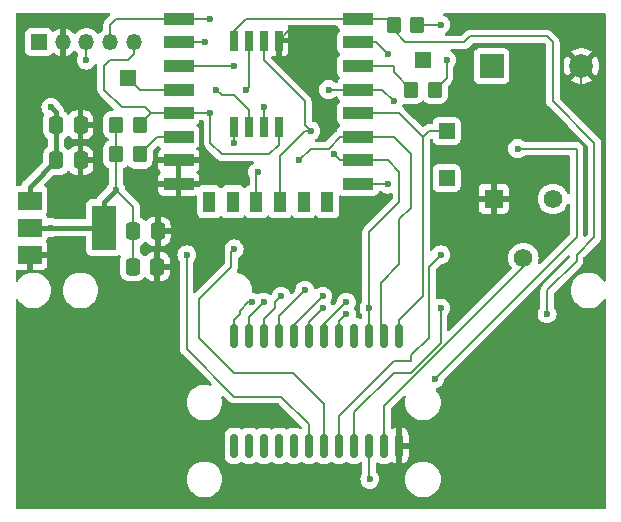
<source format=gbr>
%TF.GenerationSoftware,KiCad,Pcbnew,7.0.9*%
%TF.CreationDate,2024-01-16T21:18:43+00:00*%
%TF.ProjectId,egg-timer,6567672d-7469-46d6-9572-2e6b69636164,rev?*%
%TF.SameCoordinates,Original*%
%TF.FileFunction,Copper,L2,Bot*%
%TF.FilePolarity,Positive*%
%FSLAX46Y46*%
G04 Gerber Fmt 4.6, Leading zero omitted, Abs format (unit mm)*
G04 Created by KiCad (PCBNEW 7.0.9) date 2024-01-16 21:18:43*
%MOMM*%
%LPD*%
G01*
G04 APERTURE LIST*
G04 Aperture macros list*
%AMRoundRect*
0 Rectangle with rounded corners*
0 $1 Rounding radius*
0 $2 $3 $4 $5 $6 $7 $8 $9 X,Y pos of 4 corners*
0 Add a 4 corners polygon primitive as box body*
4,1,4,$2,$3,$4,$5,$6,$7,$8,$9,$2,$3,0*
0 Add four circle primitives for the rounded corners*
1,1,$1+$1,$2,$3*
1,1,$1+$1,$4,$5*
1,1,$1+$1,$6,$7*
1,1,$1+$1,$8,$9*
0 Add four rect primitives between the rounded corners*
20,1,$1+$1,$2,$3,$4,$5,0*
20,1,$1+$1,$4,$5,$6,$7,0*
20,1,$1+$1,$6,$7,$8,$9,0*
20,1,$1+$1,$8,$9,$2,$3,0*%
G04 Aperture macros list end*
%TA.AperFunction,ComponentPad*%
%ADD10R,1.350000X1.350000*%
%TD*%
%TA.AperFunction,ComponentPad*%
%ADD11R,1.560000X1.560000*%
%TD*%
%TA.AperFunction,ComponentPad*%
%ADD12C,1.560000*%
%TD*%
%TA.AperFunction,ComponentPad*%
%ADD13O,1.350000X1.350000*%
%TD*%
%TA.AperFunction,SMDPad,CuDef*%
%ADD14RoundRect,0.250000X0.350000X0.450000X-0.350000X0.450000X-0.350000X-0.450000X0.350000X-0.450000X0*%
%TD*%
%TA.AperFunction,SMDPad,CuDef*%
%ADD15RoundRect,0.250000X-0.337500X-0.475000X0.337500X-0.475000X0.337500X0.475000X-0.337500X0.475000X0*%
%TD*%
%TA.AperFunction,SMDPad,CuDef*%
%ADD16RoundRect,0.250000X-0.350000X-0.450000X0.350000X-0.450000X0.350000X0.450000X-0.350000X0.450000X0*%
%TD*%
%TA.AperFunction,SMDPad,CuDef*%
%ADD17R,0.650000X1.700000*%
%TD*%
%TA.AperFunction,SMDPad,CuDef*%
%ADD18R,2.500000X1.000000*%
%TD*%
%TA.AperFunction,SMDPad,CuDef*%
%ADD19R,1.000000X1.800000*%
%TD*%
%TA.AperFunction,SMDPad,CuDef*%
%ADD20R,2.000000X1.500000*%
%TD*%
%TA.AperFunction,SMDPad,CuDef*%
%ADD21R,2.000000X3.800000*%
%TD*%
%TA.AperFunction,ComponentPad*%
%ADD22R,2.000000X2.000000*%
%TD*%
%TA.AperFunction,ComponentPad*%
%ADD23C,2.000000*%
%TD*%
%TA.AperFunction,SMDPad,CuDef*%
%ADD24RoundRect,0.150000X-0.150000X0.875000X-0.150000X-0.875000X0.150000X-0.875000X0.150000X0.875000X0*%
%TD*%
%TA.AperFunction,ViaPad*%
%ADD25C,0.600000*%
%TD*%
%TA.AperFunction,Conductor*%
%ADD26C,0.127000*%
%TD*%
%TA.AperFunction,Conductor*%
%ADD27C,0.400000*%
%TD*%
%TA.AperFunction,Conductor*%
%ADD28C,0.200000*%
%TD*%
G04 APERTURE END LIST*
D10*
%TO.P,J5,1,Pin_1*%
%TO.N,ADC*%
X135000000Y-81500000D03*
%TD*%
D11*
%TO.P,RV1,1,1*%
%TO.N,GND*%
X141000000Y-93260000D03*
D12*
%TO.P,RV1,2,2*%
%TO.N,Net-(U2-VLCD)*%
X143500000Y-98260000D03*
%TO.P,RV1,3,3*%
%TO.N,+3.3V*%
X146000000Y-93260000D03*
%TD*%
D10*
%TO.P,J4,1,Pin_1*%
%TO.N,IO4*%
X110000000Y-83000000D03*
%TD*%
%TO.P,J2,1,Pin_1*%
%TO.N,IO14*%
X137000000Y-87500000D03*
%TD*%
%TO.P,J3,1,Pin_1*%
%TO.N,IO10*%
X137000000Y-91500000D03*
%TD*%
%TO.P,J1,1,Pin_1*%
%TO.N,5V*%
X102500000Y-80000000D03*
D13*
%TO.P,J1,2,Pin_2*%
%TO.N,GND*%
X104500000Y-80000000D03*
%TO.P,J1,3,Pin_3*%
%TO.N,PB2*%
X106500000Y-80000000D03*
%TO.P,J1,4,Pin_4*%
%TO.N,IO13*%
X108500000Y-80000000D03*
%TO.P,J1,5,Pin_5*%
%TO.N,IO0*%
X110500000Y-80000000D03*
%TD*%
D14*
%TO.P,R2,1*%
%TO.N,+3.3V*%
X134500000Y-78500000D03*
%TO.P,R2,2*%
%TO.N,RST*%
X132500000Y-78500000D03*
%TD*%
D15*
%TO.P,C3,1*%
%TO.N,+3.3V*%
X110425000Y-99000000D03*
%TO.P,C3,2*%
%TO.N,GND*%
X112500000Y-99000000D03*
%TD*%
D16*
%TO.P,R3,1*%
%TO.N,+3.3V*%
X109000000Y-87000000D03*
%TO.P,R3,2*%
%TO.N,IO0*%
X111000000Y-87000000D03*
%TD*%
%TO.P,R1,1*%
%TO.N,Net-(U1-EN)*%
X134000000Y-84000000D03*
%TO.P,R1,2*%
%TO.N,+3.3V*%
X136000000Y-84000000D03*
%TD*%
D15*
%TO.P,C4,1*%
%TO.N,+3.3V*%
X110462500Y-96000000D03*
%TO.P,C4,2*%
%TO.N,GND*%
X112537500Y-96000000D03*
%TD*%
%TO.P,C1,1*%
%TO.N,5V*%
X103925000Y-87000000D03*
%TO.P,C1,2*%
%TO.N,GND*%
X106000000Y-87000000D03*
%TD*%
D17*
%TO.P,U5,1,~{RESET}/PB5*%
%TO.N,RST*%
X118960000Y-79850000D03*
%TO.P,U5,2,PB3*%
%TO.N,IO12*%
X120230000Y-79850000D03*
%TO.P,U5,3,PB4*%
%TO.N,IO14*%
X121500000Y-79850000D03*
%TO.P,U5,4,GND*%
%TO.N,GND*%
X122770000Y-79850000D03*
%TO.P,U5,5,PB0*%
%TO.N,IO0*%
X122770000Y-87150000D03*
%TO.P,U5,6,PB1*%
%TO.N,IO13*%
X121500000Y-87150000D03*
%TO.P,U5,7,PB2*%
%TO.N,PB2*%
X120230000Y-87150000D03*
%TO.P,U5,8,VCC*%
%TO.N,+3.3V*%
X118960000Y-87150000D03*
%TD*%
D18*
%TO.P,U1,1,~{RST}*%
%TO.N,RST*%
X129500000Y-78000000D03*
%TO.P,U1,2,ADC*%
%TO.N,ADC*%
X129500000Y-80000000D03*
%TO.P,U1,3,EN*%
%TO.N,Net-(U1-EN)*%
X129500000Y-82000000D03*
%TO.P,U1,4,GPIO16*%
%TO.N,IO16*%
X129500000Y-84000000D03*
%TO.P,U1,5,GPIO14*%
%TO.N,IO14*%
X129500000Y-86000000D03*
%TO.P,U1,6,GPIO12*%
%TO.N,IO12*%
X129500000Y-88000000D03*
%TO.P,U1,7,GPIO13*%
%TO.N,IO13*%
X129500000Y-90000000D03*
%TO.P,U1,8,VCC*%
%TO.N,+3.3V*%
X129500000Y-92000000D03*
D19*
%TO.P,U1,9,CS0*%
%TO.N,CSO*%
X126900000Y-93500000D03*
%TO.P,U1,10,MISO*%
%TO.N,MISO*%
X124900000Y-93500000D03*
%TO.P,U1,11,GPIO9*%
%TO.N,IO14*%
X122900000Y-93500000D03*
%TO.P,U1,12,GPIO10*%
%TO.N,IO10*%
X120900000Y-93500000D03*
%TO.P,U1,13,MOSI*%
%TO.N,MOSI*%
X118900000Y-93500000D03*
%TO.P,U1,14,SCLK*%
%TO.N,SCLK*%
X116900000Y-93500000D03*
D18*
%TO.P,U1,15,GND*%
%TO.N,GND*%
X114300000Y-92000000D03*
%TO.P,U1,16,GPIO15*%
X114300000Y-90000000D03*
%TO.P,U1,17,GPIO2*%
%TO.N,Net-(U1-GPIO2)*%
X114300000Y-88000000D03*
%TO.P,U1,18,GPIO0*%
%TO.N,IO0*%
X114300000Y-86000000D03*
%TO.P,U1,19,GPIO4*%
%TO.N,IO4*%
X114300000Y-84000000D03*
%TO.P,U1,20,GPIO5*%
%TO.N,IO5*%
X114300000Y-82000000D03*
%TO.P,U1,21,GPIO3/RXD*%
%TO.N,PB2*%
X114300000Y-80000000D03*
%TO.P,U1,22,GPIO1/TXD*%
%TO.N,IO13*%
X114300000Y-78000000D03*
%TD*%
D20*
%TO.P,U4,1,GND*%
%TO.N,GND*%
X101700000Y-98000000D03*
%TO.P,U4,2,VO*%
%TO.N,+3.3V*%
X101700000Y-95700000D03*
D21*
X108000000Y-95700000D03*
D20*
%TO.P,U4,3,VI*%
%TO.N,5V*%
X101700000Y-93400000D03*
%TD*%
D15*
%TO.P,C2,1*%
%TO.N,5V*%
X103925000Y-90000000D03*
%TO.P,C2,2*%
%TO.N,GND*%
X106000000Y-90000000D03*
%TD*%
D22*
%TO.P,BZ1,1,-*%
%TO.N,IO5*%
X140800000Y-82000000D03*
D23*
%TO.P,BZ1,2,+*%
%TO.N,GND*%
X148400000Y-82000000D03*
%TD*%
D16*
%TO.P,R4,1*%
%TO.N,+3.3V*%
X109000000Y-89500000D03*
%TO.P,R4,2*%
%TO.N,Net-(U1-GPIO2)*%
X111000000Y-89500000D03*
%TD*%
D24*
%TO.P,U2,1,SEG17*%
%TO.N,SEG1*%
X119000000Y-104850000D03*
%TO.P,U2,2,SEG16*%
%TO.N,SEG2*%
X120270000Y-104850000D03*
%TO.P,U2,3,SEG15*%
%TO.N,SEG3*%
X121540000Y-104850000D03*
%TO.P,U2,4,SEG14*%
%TO.N,SEG4*%
X122810000Y-104850000D03*
%TO.P,U2,5,SEG13*%
%TO.N,SEG5*%
X124080000Y-104850000D03*
%TO.P,U2,6,SEG12*%
%TO.N,SEG6*%
X125350000Y-104850000D03*
%TO.P,U2,7,SEG11*%
%TO.N,SEG7*%
X126620000Y-104850000D03*
%TO.P,U2,8,SEG10*%
%TO.N,SEG8*%
X127890000Y-104850000D03*
%TO.P,U2,9,SEG9*%
%TO.N,unconnected-(U2-SEG9-Pad9)*%
X129160000Y-104850000D03*
%TO.P,U2,10,CS#*%
%TO.N,IO13*%
X130430000Y-104850000D03*
%TO.P,U2,11,WR#*%
%TO.N,IO12*%
X131700000Y-104850000D03*
%TO.P,U2,12,DATA#*%
%TO.N,IO14*%
X132970000Y-104850000D03*
%TO.P,U2,13,VSS*%
%TO.N,GND*%
X132970000Y-114150000D03*
%TO.P,U2,14,VLCD*%
%TO.N,Net-(U2-VLCD)*%
X131700000Y-114150000D03*
%TO.P,U2,15,VDD*%
%TO.N,+3.3V*%
X130430000Y-114150000D03*
%TO.P,U2,16,COM0*%
%TO.N,COM0*%
X129160000Y-114150000D03*
%TO.P,U2,17,COM1*%
%TO.N,COM1*%
X127890000Y-114150000D03*
%TO.P,U2,18,COM2*%
%TO.N,COM2*%
X126620000Y-114150000D03*
%TO.P,U2,19,COM3*%
%TO.N,COM3*%
X125350000Y-114150000D03*
%TO.P,U2,20,SEG22*%
%TO.N,unconnected-(U2-SEG22-Pad20)*%
X124080000Y-114150000D03*
%TO.P,U2,21,SEG21*%
%TO.N,unconnected-(U2-SEG21-Pad21)*%
X122810000Y-114150000D03*
%TO.P,U2,22,SEG20*%
%TO.N,unconnected-(U2-SEG20-Pad22)*%
X121540000Y-114150000D03*
%TO.P,U2,23,SEG19*%
%TO.N,unconnected-(U2-SEG19-Pad23)*%
X120270000Y-114150000D03*
%TO.P,U2,24,SEG18*%
%TO.N,unconnected-(U2-SEG18-Pad24)*%
X119000000Y-114150000D03*
%TD*%
D25*
%TO.N,IO5*%
X119000000Y-82000000D03*
%TO.N,5V*%
X103500000Y-85500000D03*
%TO.N,ADC*%
X132000000Y-81000000D03*
%TO.N,IO0*%
X117000000Y-86000000D03*
%TO.N,IO14*%
X125500000Y-87500000D03*
%TO.N,IO12*%
X124500000Y-90000000D03*
X120000000Y-84000000D03*
%TO.N,IO13*%
X143000000Y-89000000D03*
X130430000Y-102500000D03*
X117000000Y-78000000D03*
X127500000Y-89500000D03*
X132500000Y-85000000D03*
X121500000Y-85500000D03*
X136000000Y-108500000D03*
%TO.N,IO10*%
X121000000Y-91000000D03*
%TO.N,RST*%
X145500000Y-103000000D03*
%TO.N,GND*%
X107500000Y-117500000D03*
X138000000Y-78000000D03*
X105500000Y-98000000D03*
X148900000Y-84600000D03*
X143500000Y-117500000D03*
X126000000Y-117500000D03*
X127000000Y-79000000D03*
X145300000Y-90800000D03*
X105000000Y-93500000D03*
%TO.N,SEG1*%
X120500000Y-102000000D03*
%TO.N,SEG2*%
X121500000Y-102000000D03*
%TO.N,SEG3*%
X123000000Y-101500000D03*
%TO.N,SEG4*%
X125000000Y-101000000D03*
%TO.N,SEG5*%
X126500000Y-101500000D03*
%TO.N,SEG6*%
X126500000Y-102500000D03*
%TO.N,SEG8*%
X128500000Y-103000000D03*
%TO.N,COM0*%
X136500000Y-102500000D03*
%TO.N,COM1*%
X136500000Y-98000000D03*
%TO.N,COM2*%
X119000000Y-97500000D03*
%TO.N,COM3*%
X115000000Y-98000000D03*
%TO.N,SEG7*%
X128500000Y-102000000D03*
%TO.N,+3.3V*%
X132000000Y-92000000D03*
X137000000Y-81500000D03*
X103500000Y-95700000D03*
X130500000Y-117000000D03*
X119000000Y-88500000D03*
X136500000Y-78500000D03*
X109000000Y-92500000D03*
%TO.N,PB2*%
X117500000Y-84000000D03*
X106500000Y-81500000D03*
X116500000Y-80000000D03*
%TO.N,IO16*%
X127000000Y-84000000D03*
%TD*%
D26*
%TO.N,IO5*%
X114300000Y-82000000D02*
X119000000Y-82000000D01*
D27*
%TO.N,5V*%
X103925000Y-87000000D02*
X103925000Y-90000000D01*
X101700000Y-93400000D02*
X101700000Y-92225000D01*
X103925000Y-87000000D02*
X103925000Y-85925000D01*
X101700000Y-92225000D02*
X103925000Y-90000000D01*
X103925000Y-85925000D02*
X103500000Y-85500000D01*
D26*
%TO.N,ADC*%
X129500000Y-80000000D02*
X131000000Y-80000000D01*
X131000000Y-80000000D02*
X132000000Y-81000000D01*
%TO.N,IO0*%
X122000000Y-89500000D02*
X122770000Y-88730000D01*
X111000000Y-87000000D02*
X112000000Y-86000000D01*
X117000000Y-86000000D02*
X117000000Y-88500000D01*
X108000000Y-82000000D02*
X108000000Y-84000000D01*
X108000000Y-84000000D02*
X109500000Y-85500000D01*
X111500000Y-85500000D02*
X112000000Y-86000000D01*
X117000000Y-88500000D02*
X118000000Y-89500000D01*
X114300000Y-86000000D02*
X117000000Y-86000000D01*
X122770000Y-88730000D02*
X122770000Y-87150000D01*
X109500000Y-85500000D02*
X111500000Y-85500000D01*
X110000000Y-81500000D02*
X110500000Y-81000000D01*
X108500000Y-81500000D02*
X110000000Y-81500000D01*
X110500000Y-81000000D02*
X110500000Y-80000000D01*
X112000000Y-86000000D02*
X114300000Y-86000000D01*
X118000000Y-89500000D02*
X122000000Y-89500000D01*
X108000000Y-82000000D02*
X108500000Y-81500000D01*
%TO.N,IO14*%
X121500000Y-81500000D02*
X125000000Y-85000000D01*
X121500000Y-79850000D02*
X121500000Y-81500000D01*
X135000000Y-88000000D02*
X135500000Y-87500000D01*
X133000000Y-86000000D02*
X135000000Y-88000000D01*
X125000000Y-87500000D02*
X125500000Y-87500000D01*
X135000000Y-88000000D02*
X135000000Y-101500000D01*
X129500000Y-86000000D02*
X133000000Y-86000000D01*
X132970000Y-103530000D02*
X132970000Y-104850000D01*
X122900000Y-89600000D02*
X125000000Y-87500000D01*
X125000000Y-87000000D02*
X125500000Y-87500000D01*
X135500000Y-87500000D02*
X137000000Y-87500000D01*
X135000000Y-101500000D02*
X132970000Y-103530000D01*
X125000000Y-85000000D02*
X125000000Y-87000000D01*
X122900000Y-93500000D02*
X122900000Y-89600000D01*
%TO.N,IO12*%
X127000000Y-89000000D02*
X128000000Y-88000000D01*
X133000000Y-95000000D02*
X134000000Y-94000000D01*
X131425991Y-104575991D02*
X131425991Y-100348736D01*
X125500000Y-89000000D02*
X127000000Y-89000000D01*
X124500000Y-90000000D02*
X125500000Y-89000000D01*
X120230000Y-83770000D02*
X120230000Y-79850000D01*
X120000000Y-84000000D02*
X120230000Y-83770000D01*
X133000000Y-98774727D02*
X133000000Y-95000000D01*
X134000000Y-94000000D02*
X134000000Y-89500000D01*
X131700000Y-104850000D02*
X131425991Y-104575991D01*
X132500000Y-88000000D02*
X129500000Y-88000000D01*
X128000000Y-88000000D02*
X129500000Y-88000000D01*
X134000000Y-89500000D02*
X132500000Y-88000000D01*
X131425991Y-100348736D02*
X133000000Y-98774727D01*
%TO.N,IO13*%
X133000000Y-91000000D02*
X133000000Y-93500000D01*
X130430000Y-102500000D02*
X130430000Y-104850000D01*
X130430000Y-96070000D02*
X130430000Y-102500000D01*
X108500000Y-79500000D02*
X108500000Y-78500000D01*
X129500000Y-90000000D02*
X132000000Y-90000000D01*
X128000000Y-90000000D02*
X127500000Y-89500000D01*
X132500000Y-85000000D02*
X131500000Y-84000000D01*
X133000000Y-93500000D02*
X130430000Y-96070000D01*
X121500000Y-87150000D02*
X121500000Y-85500000D01*
X148000000Y-96500000D02*
X136000000Y-108500000D01*
X108500000Y-78500000D02*
X109000000Y-78000000D01*
X148000000Y-89000000D02*
X148000000Y-96500000D01*
X114300000Y-78000000D02*
X117000000Y-78000000D01*
X109000000Y-78000000D02*
X114300000Y-78000000D01*
X131500000Y-84000000D02*
X129500000Y-84000000D01*
X143000000Y-89000000D02*
X148000000Y-89000000D01*
X132000000Y-90000000D02*
X133000000Y-91000000D01*
X129500000Y-90000000D02*
X128000000Y-90000000D01*
%TO.N,IO10*%
X120900000Y-93500000D02*
X120900000Y-91100000D01*
X120900000Y-91100000D02*
X121000000Y-91000000D01*
%TO.N,RST*%
X132500000Y-79000000D02*
X133500000Y-80000000D01*
X120000000Y-78000000D02*
X129500000Y-78000000D01*
X118960000Y-79850000D02*
X118960000Y-79040000D01*
X139000000Y-79500000D02*
X145500000Y-79500000D01*
X146000000Y-85000000D02*
X149500000Y-88500000D01*
X118960000Y-79040000D02*
X120000000Y-78000000D01*
X138500000Y-80000000D02*
X139000000Y-79500000D01*
X148000000Y-98000000D02*
X148000000Y-98500000D01*
X133500000Y-80000000D02*
X138500000Y-80000000D01*
X146000000Y-80000000D02*
X146000000Y-85000000D01*
X132000000Y-78000000D02*
X132500000Y-78500000D01*
X149500000Y-96500000D02*
X148000000Y-98000000D01*
X145500000Y-79500000D02*
X146000000Y-80000000D01*
X145500000Y-101000000D02*
X145500000Y-103000000D01*
X149500000Y-88500000D02*
X149500000Y-96500000D01*
X148000000Y-98500000D02*
X145500000Y-101000000D01*
X132500000Y-78500000D02*
X132500000Y-79000000D01*
X129500000Y-78000000D02*
X132000000Y-78000000D01*
%TO.N,GND*%
X132970000Y-114150000D02*
X132970000Y-116030000D01*
X122770000Y-79850000D02*
X123620000Y-79000000D01*
X106000000Y-92500000D02*
X105000000Y-93500000D01*
X132970000Y-116030000D02*
X131000000Y-118000000D01*
X148400000Y-84100000D02*
X148900000Y-84600000D01*
X131000000Y-118000000D02*
X126500000Y-118000000D01*
X126500000Y-118000000D02*
X126000000Y-117500000D01*
X142840000Y-93260000D02*
X141000000Y-93260000D01*
X148400000Y-82000000D02*
X148400000Y-84100000D01*
X145300000Y-90800000D02*
X142840000Y-93260000D01*
X106000000Y-90000000D02*
X106000000Y-92500000D01*
X123620000Y-79000000D02*
X127000000Y-79000000D01*
%TO.N,IO4*%
X114300000Y-84000000D02*
X111000000Y-84000000D01*
X111000000Y-84000000D02*
X110000000Y-83000000D01*
%TO.N,Net-(U1-EN)*%
X132500000Y-82000000D02*
X129500000Y-82000000D01*
X132500000Y-82500000D02*
X134000000Y-84000000D01*
X132500000Y-82000000D02*
X132500000Y-82500000D01*
%TO.N,Net-(U1-GPIO2)*%
X112500000Y-88000000D02*
X114300000Y-88000000D01*
X111000000Y-89500000D02*
X112500000Y-88000000D01*
%TO.N,SEG1*%
X120215139Y-102000000D02*
X120500000Y-102000000D01*
X119000000Y-103500000D02*
X119500000Y-103000000D01*
X119000000Y-104850000D02*
X119000000Y-103500000D01*
X119500000Y-102715139D02*
X120215139Y-102000000D01*
X119500000Y-103000000D02*
X119500000Y-102715139D01*
%TO.N,SEG2*%
X120270000Y-104850000D02*
X120270000Y-103230000D01*
X120270000Y-103230000D02*
X121500000Y-102000000D01*
%TO.N,SEG3*%
X122500000Y-102500000D02*
X122500000Y-102000000D01*
X122500000Y-102000000D02*
X123000000Y-101500000D01*
X121540000Y-103460000D02*
X122500000Y-102500000D01*
X121540000Y-104850000D02*
X121540000Y-103460000D01*
%TO.N,SEG4*%
X122810000Y-104850000D02*
X122810000Y-103190000D01*
X122810000Y-103190000D02*
X125000000Y-101000000D01*
%TO.N,SEG5*%
X124080000Y-103920000D02*
X126500000Y-101500000D01*
X124080000Y-104850000D02*
X124080000Y-103920000D01*
%TO.N,SEG6*%
X125350000Y-104850000D02*
X125350000Y-103650000D01*
X125350000Y-103650000D02*
X126500000Y-102500000D01*
%TO.N,SEG8*%
X127890000Y-104850000D02*
X127890000Y-103610000D01*
X127890000Y-103610000D02*
X128500000Y-103000000D01*
%TO.N,Net-(U2-VLCD)*%
X131700000Y-114150000D02*
X131700000Y-110800000D01*
X131700000Y-110800000D02*
X143500000Y-99000000D01*
X143500000Y-99000000D02*
X143500000Y-98260000D01*
%TO.N,COM0*%
X132500000Y-108000000D02*
X134000000Y-108000000D01*
X129160000Y-114150000D02*
X129160000Y-111340000D01*
X134000000Y-108000000D02*
X136500000Y-105500000D01*
X129160000Y-111340000D02*
X132500000Y-108000000D01*
X136500000Y-105500000D02*
X136500000Y-102500000D01*
%TO.N,COM1*%
X134000000Y-106500000D02*
X135500000Y-105000000D01*
X127890000Y-114150000D02*
X127890000Y-111610000D01*
X134000000Y-107000000D02*
X134000000Y-106500000D01*
X135500000Y-105000000D02*
X135500000Y-99000000D01*
X127890000Y-111610000D02*
X132500000Y-107000000D01*
X132500000Y-107000000D02*
X134000000Y-107000000D01*
X135500000Y-99000000D02*
X136500000Y-98000000D01*
%TO.N,COM2*%
X124000000Y-108000000D02*
X126620000Y-110620000D01*
X116000000Y-105000000D02*
X119000000Y-108000000D01*
X119000000Y-97500000D02*
X118774727Y-97725273D01*
X119000000Y-108000000D02*
X124000000Y-108000000D01*
X118774727Y-97725273D02*
X118774727Y-99000000D01*
X118774727Y-99000000D02*
X116000000Y-101774727D01*
X126620000Y-110620000D02*
X126620000Y-114150000D01*
X116000000Y-101774727D02*
X116000000Y-105000000D01*
%TO.N,COM3*%
X115000000Y-106000000D02*
X115000000Y-98000000D01*
X125350000Y-112350000D02*
X123000000Y-110000000D01*
X125350000Y-114150000D02*
X125350000Y-112350000D01*
X123000000Y-110000000D02*
X119000000Y-110000000D01*
X119000000Y-110000000D02*
X115000000Y-106000000D01*
%TO.N,SEG7*%
X127500000Y-103000000D02*
X128500000Y-102000000D01*
X126620000Y-103880000D02*
X127500000Y-103000000D01*
X126620000Y-104850000D02*
X126620000Y-103880000D01*
%TO.N,+3.3V*%
X118960000Y-88460000D02*
X119000000Y-88500000D01*
D28*
X109000000Y-92500000D02*
X110462500Y-93962500D01*
D26*
X110425000Y-96037500D02*
X110462500Y-96000000D01*
X109000000Y-89500000D02*
X109000000Y-92500000D01*
D27*
X108000000Y-93500000D02*
X108000000Y-95700000D01*
D26*
X134500000Y-78500000D02*
X136500000Y-78500000D01*
X130430000Y-116930000D02*
X130430000Y-114150000D01*
X118960000Y-87150000D02*
X118960000Y-88460000D01*
X130500000Y-117000000D02*
X130430000Y-116930000D01*
D28*
X110425000Y-99000000D02*
X110425000Y-96037500D01*
D27*
X101700000Y-95700000D02*
X108000000Y-95700000D01*
D26*
X109000000Y-87000000D02*
X109000000Y-89500000D01*
X137000000Y-83000000D02*
X137000000Y-81500000D01*
X129500000Y-92000000D02*
X132000000Y-92000000D01*
X136000000Y-84000000D02*
X137000000Y-83000000D01*
D28*
X110462500Y-93962500D02*
X110462500Y-96000000D01*
D27*
X109000000Y-92500000D02*
X108000000Y-93500000D01*
D26*
%TO.N,PB2*%
X120230000Y-87150000D02*
X120230000Y-85730000D01*
X120230000Y-85730000D02*
X119000000Y-84500000D01*
X119000000Y-84500000D02*
X118000000Y-84500000D01*
X114300000Y-80000000D02*
X116500000Y-80000000D01*
X106500000Y-80000000D02*
X106500000Y-81500000D01*
X118000000Y-84500000D02*
X117500000Y-84000000D01*
%TO.N,IO16*%
X129140790Y-84000000D02*
X129320395Y-84179605D01*
X127000000Y-84000000D02*
X129140790Y-84000000D01*
%TD*%
%TA.AperFunction,Conductor*%
%TO.N,GND*%
G36*
X150442539Y-77520185D02*
G01*
X150488294Y-77572989D01*
X150499500Y-77624500D01*
X150499500Y-100135241D01*
X150479815Y-100202280D01*
X150427011Y-100248035D01*
X150357853Y-100257979D01*
X150294297Y-100228954D01*
X150271691Y-100203063D01*
X150243435Y-100159814D01*
X150188164Y-100075215D01*
X150019744Y-99892262D01*
X149823509Y-99739526D01*
X149823507Y-99739525D01*
X149823506Y-99739524D01*
X149604811Y-99621172D01*
X149604802Y-99621169D01*
X149369616Y-99540429D01*
X149124335Y-99499500D01*
X148875665Y-99499500D01*
X148630383Y-99540429D01*
X148395197Y-99621169D01*
X148395188Y-99621172D01*
X148176493Y-99739524D01*
X147980257Y-99892261D01*
X147811833Y-100075217D01*
X147675826Y-100283393D01*
X147575936Y-100511118D01*
X147514892Y-100752175D01*
X147514890Y-100752187D01*
X147494357Y-100999994D01*
X147494357Y-101000005D01*
X147514890Y-101247812D01*
X147514892Y-101247824D01*
X147575936Y-101488881D01*
X147675826Y-101716606D01*
X147811833Y-101924782D01*
X147811836Y-101924785D01*
X147980256Y-102107738D01*
X148176491Y-102260474D01*
X148395190Y-102378828D01*
X148630386Y-102459571D01*
X148875665Y-102500500D01*
X149124335Y-102500500D01*
X149369614Y-102459571D01*
X149604810Y-102378828D01*
X149823509Y-102260474D01*
X150019744Y-102107738D01*
X150188164Y-101924785D01*
X150223837Y-101870184D01*
X150271691Y-101796937D01*
X150324837Y-101751580D01*
X150394069Y-101742156D01*
X150457404Y-101771658D01*
X150494736Y-101830718D01*
X150499500Y-101864758D01*
X150499500Y-119375500D01*
X150479815Y-119442539D01*
X150427011Y-119488294D01*
X150375500Y-119499500D01*
X100624500Y-119499500D01*
X100557461Y-119479815D01*
X100511706Y-119427011D01*
X100500500Y-119375500D01*
X100500500Y-117000005D01*
X114994357Y-117000005D01*
X115014890Y-117247812D01*
X115014892Y-117247824D01*
X115075936Y-117488881D01*
X115175826Y-117716606D01*
X115311833Y-117924782D01*
X115311836Y-117924785D01*
X115480256Y-118107738D01*
X115676491Y-118260474D01*
X115895190Y-118378828D01*
X116130386Y-118459571D01*
X116375665Y-118500500D01*
X116624335Y-118500500D01*
X116869614Y-118459571D01*
X117104810Y-118378828D01*
X117323509Y-118260474D01*
X117519744Y-118107738D01*
X117688164Y-117924785D01*
X117824173Y-117716607D01*
X117924063Y-117488881D01*
X117985108Y-117247821D01*
X117990790Y-117179249D01*
X118005643Y-117000005D01*
X118005643Y-116999994D01*
X117985109Y-116752187D01*
X117985107Y-116752175D01*
X117924063Y-116511118D01*
X117824173Y-116283393D01*
X117688166Y-116075217D01*
X117666557Y-116051744D01*
X117519744Y-115892262D01*
X117323509Y-115739526D01*
X117323507Y-115739525D01*
X117323506Y-115739524D01*
X117104811Y-115621172D01*
X117104802Y-115621169D01*
X116869616Y-115540429D01*
X116624335Y-115499500D01*
X116375665Y-115499500D01*
X116130383Y-115540429D01*
X115895197Y-115621169D01*
X115895188Y-115621172D01*
X115676493Y-115739524D01*
X115480257Y-115892261D01*
X115311833Y-116075217D01*
X115175826Y-116283393D01*
X115075936Y-116511118D01*
X115014892Y-116752175D01*
X115014890Y-116752187D01*
X114994357Y-116999994D01*
X114994357Y-117000005D01*
X100500500Y-117000005D01*
X100500500Y-101864758D01*
X100520185Y-101797719D01*
X100572989Y-101751964D01*
X100642147Y-101742020D01*
X100705703Y-101771045D01*
X100728309Y-101796937D01*
X100811833Y-101924782D01*
X100811836Y-101924785D01*
X100980256Y-102107738D01*
X101176491Y-102260474D01*
X101395190Y-102378828D01*
X101630386Y-102459571D01*
X101875665Y-102500500D01*
X102124335Y-102500500D01*
X102369614Y-102459571D01*
X102604810Y-102378828D01*
X102823509Y-102260474D01*
X103019744Y-102107738D01*
X103188164Y-101924785D01*
X103324173Y-101716607D01*
X103424063Y-101488881D01*
X103485108Y-101247821D01*
X103487858Y-101214631D01*
X103505643Y-101000005D01*
X104494357Y-101000005D01*
X104514890Y-101247812D01*
X104514892Y-101247824D01*
X104575936Y-101488881D01*
X104675826Y-101716606D01*
X104811833Y-101924782D01*
X104811836Y-101924785D01*
X104980256Y-102107738D01*
X105176491Y-102260474D01*
X105395190Y-102378828D01*
X105630386Y-102459571D01*
X105875665Y-102500500D01*
X106124335Y-102500500D01*
X106369614Y-102459571D01*
X106604810Y-102378828D01*
X106823509Y-102260474D01*
X107019744Y-102107738D01*
X107188164Y-101924785D01*
X107324173Y-101716607D01*
X107424063Y-101488881D01*
X107485108Y-101247821D01*
X107487858Y-101214631D01*
X107505643Y-101000005D01*
X107505643Y-100999994D01*
X107485109Y-100752187D01*
X107485107Y-100752175D01*
X107424063Y-100511118D01*
X107324173Y-100283393D01*
X107188166Y-100075217D01*
X107153948Y-100038047D01*
X107019744Y-99892262D01*
X106823509Y-99739526D01*
X106823507Y-99739525D01*
X106823506Y-99739524D01*
X106604811Y-99621172D01*
X106604802Y-99621169D01*
X106369616Y-99540429D01*
X106124335Y-99499500D01*
X105875665Y-99499500D01*
X105630383Y-99540429D01*
X105395197Y-99621169D01*
X105395188Y-99621172D01*
X105176493Y-99739524D01*
X104980257Y-99892261D01*
X104811833Y-100075217D01*
X104675826Y-100283393D01*
X104575936Y-100511118D01*
X104514892Y-100752175D01*
X104514890Y-100752187D01*
X104494357Y-100999994D01*
X104494357Y-101000005D01*
X103505643Y-101000005D01*
X103505643Y-100999994D01*
X103485109Y-100752187D01*
X103485107Y-100752175D01*
X103424063Y-100511118D01*
X103324173Y-100283393D01*
X103188166Y-100075217D01*
X103153948Y-100038047D01*
X103019744Y-99892262D01*
X102823509Y-99739526D01*
X102823507Y-99739525D01*
X102823506Y-99739524D01*
X102604811Y-99621172D01*
X102604802Y-99621169D01*
X102369616Y-99540429D01*
X102124335Y-99499500D01*
X101875665Y-99499500D01*
X101630383Y-99540429D01*
X101395197Y-99621169D01*
X101395188Y-99621172D01*
X101176493Y-99739524D01*
X100992933Y-99882395D01*
X100980256Y-99892262D01*
X100933232Y-99943344D01*
X100811836Y-100075215D01*
X100728309Y-100203063D01*
X100675162Y-100248419D01*
X100605931Y-100257843D01*
X100542595Y-100228341D01*
X100505264Y-100169281D01*
X100500500Y-100135241D01*
X100500500Y-99371739D01*
X100520185Y-99304700D01*
X100572989Y-99258945D01*
X100637762Y-99248450D01*
X100652170Y-99249999D01*
X100652172Y-99250000D01*
X101450000Y-99250000D01*
X101450000Y-98250000D01*
X101950000Y-98250000D01*
X101950000Y-99250000D01*
X102747828Y-99250000D01*
X102747844Y-99249999D01*
X102807372Y-99243598D01*
X102807379Y-99243596D01*
X102942086Y-99193354D01*
X102942093Y-99193350D01*
X103057187Y-99107190D01*
X103057190Y-99107187D01*
X103143350Y-98992093D01*
X103143354Y-98992086D01*
X103193596Y-98857379D01*
X103193598Y-98857372D01*
X103199999Y-98797844D01*
X103200000Y-98797827D01*
X103200000Y-98250000D01*
X101950000Y-98250000D01*
X101450000Y-98250000D01*
X101450000Y-97874000D01*
X101469685Y-97806961D01*
X101522489Y-97761206D01*
X101574000Y-97750000D01*
X103200000Y-97750000D01*
X103200000Y-97202172D01*
X103199999Y-97202155D01*
X103193598Y-97142627D01*
X103193596Y-97142620D01*
X103143354Y-97007913D01*
X103143352Y-97007910D01*
X103081082Y-96924727D01*
X103056665Y-96859262D01*
X103071517Y-96790989D01*
X103081083Y-96776104D01*
X103143796Y-96692331D01*
X103160617Y-96647233D01*
X103191171Y-96565312D01*
X103233042Y-96509378D01*
X103298506Y-96484960D01*
X103321236Y-96485424D01*
X103499996Y-96505565D01*
X103500000Y-96505565D01*
X103500004Y-96505565D01*
X103679249Y-96485369D01*
X103679252Y-96485368D01*
X103679255Y-96485368D01*
X103849522Y-96425789D01*
X103850488Y-96425181D01*
X103859523Y-96419506D01*
X103925494Y-96400500D01*
X106375501Y-96400500D01*
X106442540Y-96420185D01*
X106488295Y-96472989D01*
X106499501Y-96524500D01*
X106499501Y-97647876D01*
X106505908Y-97707483D01*
X106556202Y-97842328D01*
X106556206Y-97842335D01*
X106642452Y-97957544D01*
X106642455Y-97957547D01*
X106757664Y-98043793D01*
X106757671Y-98043797D01*
X106892517Y-98094091D01*
X106892516Y-98094091D01*
X106899444Y-98094835D01*
X106952127Y-98100500D01*
X109047872Y-98100499D01*
X109107483Y-98094091D01*
X109242331Y-98043796D01*
X109242331Y-98043795D01*
X109244156Y-98043115D01*
X109313847Y-98038131D01*
X109375170Y-98071616D01*
X109408655Y-98132939D01*
X109403967Y-98198482D01*
X109404958Y-98198811D01*
X109402687Y-98205664D01*
X109402686Y-98205666D01*
X109347501Y-98372203D01*
X109347501Y-98372204D01*
X109347500Y-98372204D01*
X109337000Y-98474983D01*
X109337000Y-99525001D01*
X109337001Y-99525019D01*
X109347500Y-99627796D01*
X109347501Y-99627799D01*
X109356074Y-99653669D01*
X109402686Y-99794334D01*
X109494788Y-99943656D01*
X109618844Y-100067712D01*
X109768166Y-100159814D01*
X109934703Y-100214999D01*
X110037491Y-100225500D01*
X110812508Y-100225499D01*
X110812516Y-100225498D01*
X110812519Y-100225498D01*
X110868802Y-100219748D01*
X110915297Y-100214999D01*
X111081834Y-100159814D01*
X111231156Y-100067712D01*
X111355212Y-99943656D01*
X111357252Y-99940347D01*
X111359245Y-99938555D01*
X111359693Y-99937989D01*
X111359789Y-99938065D01*
X111409194Y-99893623D01*
X111478156Y-99882395D01*
X111542240Y-99910234D01*
X111568329Y-99940339D01*
X111570181Y-99943341D01*
X111570183Y-99943344D01*
X111694154Y-100067315D01*
X111843375Y-100159356D01*
X111843380Y-100159358D01*
X112009802Y-100214505D01*
X112009809Y-100214506D01*
X112112519Y-100224999D01*
X112249999Y-100224999D01*
X112250000Y-100224998D01*
X112250000Y-99250000D01*
X112750000Y-99250000D01*
X112750000Y-100224999D01*
X112887472Y-100224999D01*
X112887486Y-100224998D01*
X112990197Y-100214505D01*
X113156619Y-100159358D01*
X113156624Y-100159356D01*
X113305845Y-100067315D01*
X113429815Y-99943345D01*
X113521856Y-99794124D01*
X113521858Y-99794119D01*
X113577005Y-99627697D01*
X113577006Y-99627690D01*
X113587499Y-99524986D01*
X113587500Y-99524973D01*
X113587500Y-99250000D01*
X112750000Y-99250000D01*
X112250000Y-99250000D01*
X112250000Y-97775000D01*
X112750000Y-97775000D01*
X112750000Y-98750000D01*
X113587499Y-98750000D01*
X113587499Y-98475028D01*
X113587498Y-98475013D01*
X113577005Y-98372302D01*
X113521858Y-98205880D01*
X113521856Y-98205875D01*
X113429815Y-98056654D01*
X113305845Y-97932684D01*
X113156624Y-97840643D01*
X113156619Y-97840641D01*
X112990197Y-97785494D01*
X112990190Y-97785493D01*
X112887486Y-97775000D01*
X112750000Y-97775000D01*
X112250000Y-97775000D01*
X112112527Y-97775000D01*
X112112512Y-97775001D01*
X112009802Y-97785494D01*
X111843380Y-97840641D01*
X111843375Y-97840643D01*
X111694154Y-97932684D01*
X111570183Y-98056655D01*
X111570179Y-98056660D01*
X111568326Y-98059665D01*
X111566518Y-98061290D01*
X111565702Y-98062323D01*
X111565525Y-98062183D01*
X111516374Y-98106385D01*
X111447411Y-98117601D01*
X111383331Y-98089752D01*
X111357253Y-98059653D01*
X111357237Y-98059628D01*
X111355212Y-98056344D01*
X111231156Y-97932288D01*
X111084402Y-97841770D01*
X111037679Y-97789823D01*
X111025500Y-97736232D01*
X111025500Y-97280448D01*
X111045185Y-97213409D01*
X111097989Y-97167654D01*
X111110488Y-97162744D01*
X111119334Y-97159814D01*
X111268656Y-97067712D01*
X111392712Y-96943656D01*
X111394752Y-96940347D01*
X111396745Y-96938555D01*
X111397193Y-96937989D01*
X111397289Y-96938065D01*
X111446694Y-96893623D01*
X111515656Y-96882395D01*
X111579740Y-96910234D01*
X111605829Y-96940339D01*
X111607681Y-96943341D01*
X111607683Y-96943344D01*
X111731654Y-97067315D01*
X111880875Y-97159356D01*
X111880880Y-97159358D01*
X112047302Y-97214505D01*
X112047309Y-97214506D01*
X112150019Y-97224999D01*
X112287499Y-97224999D01*
X112287500Y-97224998D01*
X112287500Y-96250000D01*
X112787500Y-96250000D01*
X112787500Y-97224999D01*
X112924972Y-97224999D01*
X112924986Y-97224998D01*
X113027697Y-97214505D01*
X113194119Y-97159358D01*
X113194124Y-97159356D01*
X113343345Y-97067315D01*
X113467315Y-96943345D01*
X113559356Y-96794124D01*
X113559358Y-96794119D01*
X113614505Y-96627697D01*
X113614506Y-96627690D01*
X113624999Y-96524986D01*
X113625000Y-96524973D01*
X113625000Y-96250000D01*
X112787500Y-96250000D01*
X112287500Y-96250000D01*
X112287500Y-94775000D01*
X112787500Y-94775000D01*
X112787500Y-95750000D01*
X113624999Y-95750000D01*
X113624999Y-95475028D01*
X113624998Y-95475013D01*
X113614505Y-95372302D01*
X113559358Y-95205880D01*
X113559356Y-95205875D01*
X113467315Y-95056654D01*
X113343345Y-94932684D01*
X113194124Y-94840643D01*
X113194119Y-94840641D01*
X113027697Y-94785494D01*
X113027690Y-94785493D01*
X112924986Y-94775000D01*
X112787500Y-94775000D01*
X112287500Y-94775000D01*
X112150027Y-94775000D01*
X112150012Y-94775001D01*
X112047302Y-94785494D01*
X111880880Y-94840641D01*
X111880875Y-94840643D01*
X111731654Y-94932684D01*
X111607683Y-95056655D01*
X111607679Y-95056660D01*
X111605826Y-95059665D01*
X111604018Y-95061290D01*
X111603202Y-95062323D01*
X111603025Y-95062183D01*
X111553874Y-95106385D01*
X111484911Y-95117601D01*
X111420831Y-95089752D01*
X111394753Y-95059653D01*
X111394737Y-95059628D01*
X111392712Y-95056344D01*
X111268656Y-94932288D01*
X111121902Y-94841770D01*
X111075179Y-94789823D01*
X111063000Y-94736232D01*
X111063000Y-94005928D01*
X111063531Y-93997826D01*
X111068182Y-93962499D01*
X111068182Y-93962498D01*
X111047544Y-93805739D01*
X111047544Y-93805738D01*
X110987036Y-93659659D01*
X110948372Y-93609271D01*
X110890782Y-93534218D01*
X110862505Y-93512520D01*
X110856404Y-93507169D01*
X109830700Y-92481465D01*
X109797215Y-92420142D01*
X109795163Y-92407686D01*
X109785368Y-92320745D01*
X109760613Y-92250000D01*
X112550000Y-92250000D01*
X112550000Y-92547844D01*
X112556401Y-92607372D01*
X112556403Y-92607379D01*
X112606645Y-92742086D01*
X112606649Y-92742093D01*
X112692809Y-92857187D01*
X112692812Y-92857190D01*
X112807906Y-92943350D01*
X112807913Y-92943354D01*
X112942620Y-92993596D01*
X112942627Y-92993598D01*
X113002155Y-92999999D01*
X113002172Y-93000000D01*
X114050000Y-93000000D01*
X114050000Y-92250000D01*
X112550000Y-92250000D01*
X109760613Y-92250000D01*
X109725789Y-92150478D01*
X109629816Y-91997738D01*
X109600319Y-91968241D01*
X109566834Y-91906918D01*
X109564000Y-91880560D01*
X109564000Y-90759258D01*
X109583685Y-90692219D01*
X109636489Y-90646464D01*
X109648977Y-90641559D01*
X109669334Y-90634814D01*
X109818656Y-90542712D01*
X109912319Y-90449049D01*
X109973642Y-90415564D01*
X110043334Y-90420548D01*
X110087681Y-90449049D01*
X110181344Y-90542712D01*
X110330666Y-90634814D01*
X110497203Y-90689999D01*
X110599991Y-90700500D01*
X111400008Y-90700499D01*
X111400016Y-90700498D01*
X111400019Y-90700498D01*
X111481064Y-90692219D01*
X111502797Y-90689999D01*
X111669334Y-90634814D01*
X111818656Y-90542712D01*
X111942712Y-90418656D01*
X112034814Y-90269334D01*
X112041221Y-90250000D01*
X112550000Y-90250000D01*
X112550000Y-90547844D01*
X112556401Y-90607372D01*
X112556403Y-90607379D01*
X112606645Y-90742086D01*
X112606649Y-90742093D01*
X112692809Y-90857187D01*
X112750979Y-90900734D01*
X112792849Y-90956668D01*
X112797833Y-91026360D01*
X112764347Y-91087683D01*
X112750979Y-91099266D01*
X112692809Y-91142812D01*
X112606649Y-91257906D01*
X112606645Y-91257913D01*
X112556403Y-91392620D01*
X112556401Y-91392627D01*
X112550000Y-91452155D01*
X112550000Y-91750000D01*
X114050000Y-91750000D01*
X114050000Y-90250000D01*
X114550000Y-90250000D01*
X114550000Y-91750000D01*
X116050000Y-91750000D01*
X116050000Y-91452172D01*
X116049999Y-91452155D01*
X116043598Y-91392627D01*
X116043596Y-91392620D01*
X115993354Y-91257913D01*
X115993350Y-91257906D01*
X115907190Y-91142813D01*
X115849021Y-91099267D01*
X115807150Y-91043333D01*
X115802166Y-90973641D01*
X115835651Y-90912318D01*
X115849021Y-90900733D01*
X115907190Y-90857186D01*
X115993350Y-90742093D01*
X115993354Y-90742086D01*
X116043596Y-90607379D01*
X116043598Y-90607372D01*
X116049999Y-90547844D01*
X116050000Y-90547819D01*
X116050000Y-90250000D01*
X114550000Y-90250000D01*
X114050000Y-90250000D01*
X112550000Y-90250000D01*
X112041221Y-90250000D01*
X112089999Y-90102797D01*
X112100500Y-90000009D01*
X112100499Y-89248477D01*
X112120183Y-89181439D01*
X112136814Y-89160801D01*
X112483217Y-88814397D01*
X112544538Y-88780914D01*
X112614229Y-88785898D01*
X112670162Y-88827768D01*
X112692454Y-88857546D01*
X112736293Y-88890364D01*
X112750562Y-88901046D01*
X112792432Y-88956980D01*
X112797416Y-89026672D01*
X112763930Y-89087994D01*
X112750562Y-89099578D01*
X112692809Y-89142812D01*
X112606649Y-89257906D01*
X112606645Y-89257913D01*
X112556403Y-89392620D01*
X112556401Y-89392627D01*
X112550000Y-89452155D01*
X112550000Y-89750000D01*
X116050000Y-89750000D01*
X116050000Y-89452172D01*
X116049999Y-89452155D01*
X116043598Y-89392627D01*
X116043596Y-89392620D01*
X115993354Y-89257913D01*
X115993350Y-89257906D01*
X115907190Y-89142812D01*
X115907187Y-89142809D01*
X115849438Y-89099578D01*
X115807567Y-89043645D01*
X115802583Y-88973953D01*
X115836069Y-88912630D01*
X115849432Y-88901049D01*
X115907546Y-88857546D01*
X115993796Y-88742331D01*
X116044091Y-88607483D01*
X116050500Y-88547873D01*
X116050499Y-87452128D01*
X116044091Y-87392517D01*
X116033272Y-87363511D01*
X115993797Y-87257671D01*
X115993793Y-87257664D01*
X115942123Y-87188643D01*
X115907546Y-87142454D01*
X115849854Y-87099265D01*
X115807984Y-87043333D01*
X115803000Y-86973641D01*
X115836485Y-86912318D01*
X115849854Y-86900734D01*
X115907546Y-86857546D01*
X115993796Y-86742331D01*
X116004127Y-86714632D01*
X116030223Y-86644667D01*
X116072094Y-86588733D01*
X116137559Y-86564316D01*
X116146405Y-86564000D01*
X116312000Y-86564000D01*
X116379039Y-86583685D01*
X116424794Y-86636489D01*
X116436000Y-86688000D01*
X116436000Y-88458963D01*
X116435469Y-88467064D01*
X116431134Y-88499996D01*
X116431133Y-88500000D01*
X116445283Y-88607482D01*
X116450517Y-88647233D01*
X116450517Y-88647234D01*
X116507347Y-88784434D01*
X116530340Y-88814399D01*
X116544358Y-88832668D01*
X116596826Y-88901046D01*
X116597752Y-88902252D01*
X116624103Y-88922471D01*
X116630208Y-88927825D01*
X117572172Y-89869789D01*
X117577525Y-89875892D01*
X117597750Y-89902250D01*
X117625435Y-89923493D01*
X117625456Y-89923510D01*
X117663998Y-89953084D01*
X117715567Y-89992654D01*
X117793536Y-90024949D01*
X117852766Y-90049483D01*
X117865596Y-90051172D01*
X117869872Y-90051735D01*
X117885011Y-90053728D01*
X118000000Y-90068868D01*
X118032942Y-90064530D01*
X118041043Y-90064000D01*
X120554613Y-90064000D01*
X120621652Y-90083685D01*
X120667407Y-90136489D01*
X120677351Y-90205647D01*
X120648326Y-90269203D01*
X120620585Y-90292994D01*
X120497737Y-90370184D01*
X120370184Y-90497737D01*
X120274211Y-90650476D01*
X120214631Y-90820745D01*
X120214630Y-90820750D01*
X120194435Y-90999996D01*
X120194435Y-91000003D01*
X120214630Y-91179249D01*
X120214631Y-91179254D01*
X120274211Y-91349524D01*
X120316993Y-91417609D01*
X120336000Y-91483582D01*
X120336000Y-92003595D01*
X120316315Y-92070634D01*
X120263511Y-92116389D01*
X120255333Y-92119777D01*
X120157671Y-92156202D01*
X120157664Y-92156206D01*
X120042455Y-92242452D01*
X119999266Y-92300145D01*
X119943332Y-92342015D01*
X119873640Y-92346999D01*
X119812317Y-92313513D01*
X119800734Y-92300145D01*
X119762958Y-92249684D01*
X119757546Y-92242454D01*
X119757544Y-92242453D01*
X119757544Y-92242452D01*
X119642335Y-92156206D01*
X119642328Y-92156202D01*
X119507482Y-92105908D01*
X119507483Y-92105908D01*
X119447883Y-92099501D01*
X119447881Y-92099500D01*
X119447873Y-92099500D01*
X119447864Y-92099500D01*
X118352129Y-92099500D01*
X118352123Y-92099501D01*
X118292516Y-92105908D01*
X118157671Y-92156202D01*
X118157664Y-92156206D01*
X118042455Y-92242452D01*
X117999266Y-92300145D01*
X117943332Y-92342015D01*
X117873640Y-92346999D01*
X117812317Y-92313513D01*
X117800734Y-92300145D01*
X117762958Y-92249684D01*
X117757546Y-92242454D01*
X117757544Y-92242453D01*
X117757544Y-92242452D01*
X117642335Y-92156206D01*
X117642328Y-92156202D01*
X117507482Y-92105908D01*
X117507483Y-92105908D01*
X117447883Y-92099501D01*
X117447881Y-92099500D01*
X117447873Y-92099500D01*
X117447864Y-92099500D01*
X116352129Y-92099500D01*
X116352123Y-92099501D01*
X116292516Y-92105908D01*
X116157671Y-92156202D01*
X116157668Y-92156204D01*
X116107013Y-92194124D01*
X116065413Y-92225266D01*
X115999950Y-92249684D01*
X115991103Y-92250000D01*
X114550000Y-92250000D01*
X114550000Y-93000000D01*
X115597828Y-93000000D01*
X115597844Y-92999999D01*
X115657372Y-92993598D01*
X115657383Y-92993595D01*
X115732166Y-92965703D01*
X115801857Y-92960718D01*
X115863181Y-92994202D01*
X115896666Y-93055525D01*
X115899500Y-93081884D01*
X115899500Y-94447870D01*
X115899501Y-94447876D01*
X115905908Y-94507483D01*
X115956202Y-94642328D01*
X115956206Y-94642335D01*
X116042452Y-94757544D01*
X116042455Y-94757547D01*
X116157664Y-94843793D01*
X116157671Y-94843797D01*
X116292517Y-94894091D01*
X116292516Y-94894091D01*
X116299444Y-94894835D01*
X116352127Y-94900500D01*
X117447872Y-94900499D01*
X117507483Y-94894091D01*
X117642331Y-94843796D01*
X117757546Y-94757546D01*
X117800734Y-94699854D01*
X117856667Y-94657984D01*
X117926359Y-94653000D01*
X117987682Y-94686485D01*
X117999263Y-94699850D01*
X118042454Y-94757546D01*
X118088643Y-94792123D01*
X118157664Y-94843793D01*
X118157671Y-94843797D01*
X118292517Y-94894091D01*
X118292516Y-94894091D01*
X118299444Y-94894835D01*
X118352127Y-94900500D01*
X119447872Y-94900499D01*
X119507483Y-94894091D01*
X119642331Y-94843796D01*
X119757546Y-94757546D01*
X119800734Y-94699854D01*
X119856667Y-94657984D01*
X119926359Y-94653000D01*
X119987682Y-94686485D01*
X119999263Y-94699850D01*
X120042454Y-94757546D01*
X120088643Y-94792123D01*
X120157664Y-94843793D01*
X120157671Y-94843797D01*
X120292517Y-94894091D01*
X120292516Y-94894091D01*
X120299444Y-94894835D01*
X120352127Y-94900500D01*
X121447872Y-94900499D01*
X121507483Y-94894091D01*
X121642331Y-94843796D01*
X121757546Y-94757546D01*
X121800734Y-94699854D01*
X121856667Y-94657984D01*
X121926359Y-94653000D01*
X121987682Y-94686485D01*
X121999263Y-94699850D01*
X122042454Y-94757546D01*
X122088643Y-94792123D01*
X122157664Y-94843793D01*
X122157671Y-94843797D01*
X122292517Y-94894091D01*
X122292516Y-94894091D01*
X122299444Y-94894835D01*
X122352127Y-94900500D01*
X123447872Y-94900499D01*
X123507483Y-94894091D01*
X123642331Y-94843796D01*
X123757546Y-94757546D01*
X123800734Y-94699854D01*
X123856667Y-94657984D01*
X123926359Y-94653000D01*
X123987682Y-94686485D01*
X123999263Y-94699850D01*
X124042454Y-94757546D01*
X124088643Y-94792123D01*
X124157664Y-94843793D01*
X124157671Y-94843797D01*
X124292517Y-94894091D01*
X124292516Y-94894091D01*
X124299444Y-94894835D01*
X124352127Y-94900500D01*
X125447872Y-94900499D01*
X125507483Y-94894091D01*
X125642331Y-94843796D01*
X125757546Y-94757546D01*
X125800734Y-94699854D01*
X125856667Y-94657984D01*
X125926359Y-94653000D01*
X125987682Y-94686485D01*
X125999263Y-94699850D01*
X126042454Y-94757546D01*
X126088643Y-94792123D01*
X126157664Y-94843793D01*
X126157671Y-94843797D01*
X126292517Y-94894091D01*
X126292516Y-94894091D01*
X126299444Y-94894835D01*
X126352127Y-94900500D01*
X127447872Y-94900499D01*
X127507483Y-94894091D01*
X127642331Y-94843796D01*
X127757546Y-94757546D01*
X127843796Y-94642331D01*
X127894091Y-94507483D01*
X127900500Y-94447873D01*
X127900499Y-93082416D01*
X127920184Y-93015378D01*
X127972987Y-92969623D01*
X128042146Y-92959679D01*
X128067827Y-92966233D01*
X128142517Y-92994091D01*
X128202127Y-93000500D01*
X130797872Y-93000499D01*
X130857483Y-92994091D01*
X130992331Y-92943796D01*
X131107546Y-92857546D01*
X131193796Y-92742331D01*
X131199966Y-92725788D01*
X131230223Y-92644667D01*
X131272094Y-92588733D01*
X131337559Y-92564316D01*
X131346405Y-92564000D01*
X131380560Y-92564000D01*
X131447599Y-92583685D01*
X131468241Y-92600319D01*
X131497738Y-92629816D01*
X131650478Y-92725789D01*
X131818024Y-92784416D01*
X131820745Y-92785368D01*
X131820750Y-92785369D01*
X131999996Y-92805565D01*
X132000000Y-92805565D01*
X132000004Y-92805565D01*
X132179249Y-92785369D01*
X132179251Y-92785368D01*
X132179255Y-92785368D01*
X132179258Y-92785366D01*
X132179262Y-92785366D01*
X132271045Y-92753250D01*
X132340824Y-92749688D01*
X132401451Y-92784416D01*
X132433679Y-92846410D01*
X132436000Y-92870291D01*
X132436000Y-93215020D01*
X132416315Y-93282059D01*
X132399681Y-93302701D01*
X130060210Y-95642171D01*
X130054108Y-95647523D01*
X130027748Y-95667750D01*
X129993859Y-95711915D01*
X129993843Y-95711938D01*
X129937347Y-95785566D01*
X129880517Y-95922765D01*
X129880517Y-95922766D01*
X129861133Y-96070000D01*
X129865469Y-96102933D01*
X129866000Y-96111034D01*
X129866000Y-101880560D01*
X129846315Y-101947599D01*
X129829681Y-101968241D01*
X129800184Y-101997737D01*
X129704211Y-102150476D01*
X129644631Y-102320745D01*
X129644630Y-102320750D01*
X129624435Y-102499996D01*
X129624435Y-102500003D01*
X129644630Y-102679249D01*
X129644631Y-102679254D01*
X129704211Y-102849523D01*
X129800184Y-103002262D01*
X129829681Y-103031759D01*
X129863166Y-103093082D01*
X129866000Y-103119440D01*
X129866000Y-103330679D01*
X129846315Y-103397718D01*
X129793511Y-103443473D01*
X129724353Y-103453417D01*
X129678879Y-103437411D01*
X129596913Y-103388937D01*
X129570398Y-103373256D01*
X129570397Y-103373255D01*
X129570396Y-103373255D01*
X129570393Y-103373254D01*
X129412573Y-103327402D01*
X129412567Y-103327401D01*
X129397500Y-103326216D01*
X129332212Y-103301332D01*
X129290741Y-103245101D01*
X129286966Y-103186442D01*
X129284589Y-103186175D01*
X129305565Y-103000003D01*
X129305565Y-102999996D01*
X129285369Y-102820750D01*
X129285368Y-102820745D01*
X129225788Y-102650475D01*
X129172691Y-102565973D01*
X129153690Y-102498736D01*
X129172691Y-102434027D01*
X129225788Y-102349524D01*
X129225789Y-102349522D01*
X129285368Y-102179255D01*
X129285369Y-102179249D01*
X129305565Y-102000003D01*
X129305565Y-101999996D01*
X129285369Y-101820750D01*
X129285368Y-101820745D01*
X129259476Y-101746750D01*
X129225789Y-101650478D01*
X129212738Y-101629708D01*
X129158691Y-101543692D01*
X129129816Y-101497738D01*
X129002262Y-101370184D01*
X128964265Y-101346309D01*
X128849523Y-101274211D01*
X128679254Y-101214631D01*
X128679249Y-101214630D01*
X128500004Y-101194435D01*
X128499996Y-101194435D01*
X128320750Y-101214630D01*
X128320745Y-101214631D01*
X128150476Y-101274211D01*
X127997737Y-101370184D01*
X127870184Y-101497737D01*
X127774211Y-101650476D01*
X127714631Y-101820745D01*
X127714630Y-101820749D01*
X127698283Y-101965840D01*
X127671216Y-102030254D01*
X127662744Y-102039637D01*
X127449866Y-102252515D01*
X127388543Y-102286000D01*
X127318851Y-102281016D01*
X127262918Y-102239144D01*
X127245143Y-102205788D01*
X127237545Y-102184075D01*
X127225789Y-102150478D01*
X127172691Y-102065973D01*
X127153690Y-101998736D01*
X127172691Y-101934027D01*
X127225788Y-101849524D01*
X127230081Y-101837255D01*
X127285368Y-101679255D01*
X127288260Y-101653588D01*
X127305565Y-101500003D01*
X127305565Y-101499996D01*
X127285369Y-101320750D01*
X127285368Y-101320745D01*
X127259848Y-101247812D01*
X127225789Y-101150478D01*
X127129816Y-100997738D01*
X127002262Y-100870184D01*
X126989043Y-100861878D01*
X126849523Y-100774211D01*
X126679254Y-100714631D01*
X126679249Y-100714630D01*
X126500004Y-100694435D01*
X126499996Y-100694435D01*
X126320750Y-100714630D01*
X126320745Y-100714631D01*
X126150476Y-100774211D01*
X125997738Y-100870183D01*
X125992663Y-100875259D01*
X125931338Y-100908741D01*
X125861647Y-100903753D01*
X125805715Y-100861878D01*
X125789435Y-100826699D01*
X125787668Y-100827318D01*
X125769085Y-100774211D01*
X125725789Y-100650478D01*
X125711245Y-100627332D01*
X125629815Y-100497737D01*
X125502262Y-100370184D01*
X125349523Y-100274211D01*
X125179254Y-100214631D01*
X125179249Y-100214630D01*
X125000004Y-100194435D01*
X124999996Y-100194435D01*
X124820750Y-100214630D01*
X124820745Y-100214631D01*
X124650476Y-100274211D01*
X124497737Y-100370184D01*
X124370184Y-100497737D01*
X124274211Y-100650476D01*
X124214631Y-100820745D01*
X124214630Y-100820749D01*
X124198283Y-100965840D01*
X124171216Y-101030254D01*
X124162744Y-101039637D01*
X123949866Y-101252515D01*
X123888543Y-101286000D01*
X123818851Y-101281016D01*
X123762918Y-101239144D01*
X123745143Y-101205788D01*
X123725789Y-101150478D01*
X123676490Y-101072019D01*
X123629816Y-100997738D01*
X123502262Y-100870184D01*
X123489043Y-100861878D01*
X123349523Y-100774211D01*
X123179254Y-100714631D01*
X123179249Y-100714630D01*
X123000004Y-100694435D01*
X122999996Y-100694435D01*
X122820750Y-100714630D01*
X122820745Y-100714631D01*
X122650476Y-100774211D01*
X122497737Y-100870184D01*
X122370184Y-100997737D01*
X122274211Y-101150476D01*
X122212332Y-101327318D01*
X122209648Y-101326378D01*
X122181738Y-101376200D01*
X122120055Y-101409018D01*
X122050422Y-101403278D01*
X122007332Y-101375254D01*
X122002262Y-101370184D01*
X121849523Y-101274211D01*
X121679254Y-101214631D01*
X121679249Y-101214630D01*
X121500004Y-101194435D01*
X121499996Y-101194435D01*
X121320750Y-101214630D01*
X121320737Y-101214633D01*
X121150479Y-101274209D01*
X121065971Y-101327309D01*
X120998734Y-101346309D01*
X120934029Y-101327309D01*
X120849520Y-101274209D01*
X120679262Y-101214633D01*
X120679250Y-101214630D01*
X120609262Y-101206745D01*
X120544848Y-101179678D01*
X120505293Y-101122083D01*
X120499570Y-101073284D01*
X120502359Y-101039637D01*
X120505643Y-101000000D01*
X120505455Y-100997737D01*
X120485109Y-100752187D01*
X120485107Y-100752175D01*
X120424063Y-100511118D01*
X120324173Y-100283393D01*
X120188166Y-100075217D01*
X120153948Y-100038047D01*
X120019744Y-99892262D01*
X119823509Y-99739526D01*
X119823507Y-99739525D01*
X119823506Y-99739524D01*
X119604811Y-99621172D01*
X119604802Y-99621169D01*
X119369618Y-99540429D01*
X119308510Y-99530232D01*
X119245625Y-99499781D01*
X119209186Y-99440165D01*
X119210762Y-99370313D01*
X119230544Y-99332439D01*
X119267381Y-99284433D01*
X119324210Y-99147233D01*
X119343595Y-99000000D01*
X119339257Y-98967056D01*
X119338727Y-98958956D01*
X119338727Y-98301104D01*
X119358412Y-98234065D01*
X119396753Y-98196111D01*
X119502262Y-98129816D01*
X119629816Y-98002262D01*
X119725789Y-97849522D01*
X119785368Y-97679255D01*
X119785563Y-97677523D01*
X119805565Y-97500003D01*
X119805565Y-97499996D01*
X119785369Y-97320750D01*
X119785368Y-97320745D01*
X119748193Y-97214505D01*
X119725789Y-97150478D01*
X119723489Y-97146818D01*
X119663992Y-97052129D01*
X119629816Y-96997738D01*
X119502262Y-96870184D01*
X119484880Y-96859262D01*
X119349523Y-96774211D01*
X119179254Y-96714631D01*
X119179249Y-96714630D01*
X119000004Y-96694435D01*
X118999996Y-96694435D01*
X118820750Y-96714630D01*
X118820745Y-96714631D01*
X118650476Y-96774211D01*
X118497737Y-96870184D01*
X118370184Y-96997737D01*
X118274211Y-97150476D01*
X118214631Y-97320745D01*
X118214630Y-97320750D01*
X118194435Y-97499996D01*
X118194435Y-97500002D01*
X118211684Y-97653097D01*
X118211403Y-97683164D01*
X118205860Y-97725271D01*
X118205860Y-97725273D01*
X118210196Y-97758206D01*
X118210727Y-97766307D01*
X118210727Y-98715020D01*
X118191042Y-98782059D01*
X118174408Y-98802701D01*
X115775681Y-101201428D01*
X115714358Y-101234913D01*
X115644666Y-101229929D01*
X115588733Y-101188057D01*
X115564316Y-101122593D01*
X115564000Y-101113747D01*
X115564000Y-98619440D01*
X115583685Y-98552401D01*
X115600319Y-98531759D01*
X115629816Y-98502262D01*
X115725789Y-98349522D01*
X115785368Y-98179255D01*
X115785369Y-98179249D01*
X115805565Y-98000003D01*
X115805565Y-97999996D01*
X115785369Y-97820750D01*
X115785368Y-97820745D01*
X115760613Y-97750000D01*
X115725789Y-97650478D01*
X115724953Y-97649148D01*
X115631239Y-97500003D01*
X115629816Y-97497738D01*
X115502262Y-97370184D01*
X115349523Y-97274211D01*
X115179254Y-97214631D01*
X115179249Y-97214630D01*
X115000004Y-97194435D01*
X114999996Y-97194435D01*
X114820750Y-97214630D01*
X114820745Y-97214631D01*
X114650476Y-97274211D01*
X114497737Y-97370184D01*
X114370184Y-97497737D01*
X114274211Y-97650476D01*
X114214631Y-97820745D01*
X114214630Y-97820750D01*
X114194435Y-97999996D01*
X114194435Y-98000003D01*
X114214630Y-98179249D01*
X114214631Y-98179254D01*
X114274211Y-98349523D01*
X114370184Y-98502262D01*
X114399681Y-98531759D01*
X114433166Y-98593082D01*
X114436000Y-98619440D01*
X114436000Y-105958963D01*
X114435469Y-105967064D01*
X114431133Y-105999998D01*
X114431133Y-106000000D01*
X114450517Y-106147233D01*
X114450517Y-106147234D01*
X114507347Y-106284434D01*
X114574997Y-106372598D01*
X114597749Y-106402249D01*
X114624103Y-106422471D01*
X114630208Y-106427825D01*
X116584590Y-108382207D01*
X117058913Y-108856529D01*
X117092398Y-108917852D01*
X117087414Y-108987544D01*
X117045542Y-109043477D01*
X116980078Y-109067894D01*
X116930970Y-109061492D01*
X116869613Y-109040428D01*
X116624335Y-108999500D01*
X116375665Y-108999500D01*
X116130383Y-109040429D01*
X115895197Y-109121169D01*
X115895188Y-109121172D01*
X115676493Y-109239524D01*
X115480257Y-109392261D01*
X115311833Y-109575217D01*
X115175826Y-109783393D01*
X115075936Y-110011118D01*
X115014892Y-110252175D01*
X115014890Y-110252187D01*
X114994357Y-110499994D01*
X114994357Y-110500005D01*
X115014890Y-110747812D01*
X115014892Y-110747824D01*
X115075936Y-110988881D01*
X115175826Y-111216606D01*
X115311833Y-111424782D01*
X115311836Y-111424785D01*
X115480256Y-111607738D01*
X115676491Y-111760474D01*
X115895190Y-111878828D01*
X116130386Y-111959571D01*
X116375665Y-112000500D01*
X116624335Y-112000500D01*
X116869614Y-111959571D01*
X117104810Y-111878828D01*
X117323509Y-111760474D01*
X117519744Y-111607738D01*
X117688164Y-111424785D01*
X117824173Y-111216607D01*
X117924063Y-110988881D01*
X117985108Y-110747821D01*
X117992970Y-110652939D01*
X118005643Y-110500005D01*
X118005643Y-110499994D01*
X117985109Y-110252187D01*
X117985108Y-110252184D01*
X117985108Y-110252179D01*
X117936463Y-110060085D01*
X117939088Y-109990267D01*
X117979044Y-109932950D01*
X118043645Y-109906333D01*
X118112381Y-109918867D01*
X118144350Y-109941966D01*
X118572169Y-110369785D01*
X118577522Y-110375889D01*
X118578776Y-110377523D01*
X118597750Y-110402250D01*
X118689651Y-110472767D01*
X118715567Y-110492653D01*
X118852766Y-110549483D01*
X118982870Y-110566611D01*
X118999999Y-110568867D01*
X119000000Y-110568867D01*
X119032936Y-110564530D01*
X119041034Y-110564000D01*
X122715021Y-110564000D01*
X122782060Y-110583685D01*
X122802702Y-110600319D01*
X124739157Y-112536774D01*
X124772642Y-112598097D01*
X124767658Y-112667789D01*
X124725786Y-112723722D01*
X124660322Y-112748139D01*
X124592049Y-112733287D01*
X124588356Y-112731187D01*
X124490400Y-112673257D01*
X124490393Y-112673254D01*
X124332573Y-112627402D01*
X124332567Y-112627401D01*
X124295696Y-112624500D01*
X124295694Y-112624500D01*
X123864306Y-112624500D01*
X123864304Y-112624500D01*
X123827432Y-112627401D01*
X123827426Y-112627402D01*
X123669606Y-112673254D01*
X123669603Y-112673255D01*
X123528137Y-112756917D01*
X123521969Y-112761702D01*
X123520072Y-112759256D01*
X123471358Y-112785857D01*
X123401666Y-112780873D01*
X123369296Y-112760069D01*
X123368031Y-112761702D01*
X123361862Y-112756917D01*
X123261761Y-112697718D01*
X123220398Y-112673256D01*
X123220397Y-112673255D01*
X123220396Y-112673255D01*
X123220393Y-112673254D01*
X123062573Y-112627402D01*
X123062567Y-112627401D01*
X123025696Y-112624500D01*
X123025694Y-112624500D01*
X122594306Y-112624500D01*
X122594304Y-112624500D01*
X122557432Y-112627401D01*
X122557426Y-112627402D01*
X122399606Y-112673254D01*
X122399603Y-112673255D01*
X122258137Y-112756917D01*
X122251969Y-112761702D01*
X122250072Y-112759256D01*
X122201358Y-112785857D01*
X122131666Y-112780873D01*
X122099296Y-112760069D01*
X122098031Y-112761702D01*
X122091862Y-112756917D01*
X121991761Y-112697718D01*
X121950398Y-112673256D01*
X121950397Y-112673255D01*
X121950396Y-112673255D01*
X121950393Y-112673254D01*
X121792573Y-112627402D01*
X121792567Y-112627401D01*
X121755696Y-112624500D01*
X121755694Y-112624500D01*
X121324306Y-112624500D01*
X121324304Y-112624500D01*
X121287432Y-112627401D01*
X121287426Y-112627402D01*
X121129606Y-112673254D01*
X121129603Y-112673255D01*
X120988137Y-112756917D01*
X120981969Y-112761702D01*
X120980072Y-112759256D01*
X120931358Y-112785857D01*
X120861666Y-112780873D01*
X120829296Y-112760069D01*
X120828031Y-112761702D01*
X120821862Y-112756917D01*
X120721761Y-112697718D01*
X120680398Y-112673256D01*
X120680397Y-112673255D01*
X120680396Y-112673255D01*
X120680393Y-112673254D01*
X120522573Y-112627402D01*
X120522567Y-112627401D01*
X120485696Y-112624500D01*
X120485694Y-112624500D01*
X120054306Y-112624500D01*
X120054304Y-112624500D01*
X120017432Y-112627401D01*
X120017426Y-112627402D01*
X119859606Y-112673254D01*
X119859603Y-112673255D01*
X119718137Y-112756917D01*
X119711969Y-112761702D01*
X119710072Y-112759256D01*
X119661358Y-112785857D01*
X119591666Y-112780873D01*
X119559296Y-112760069D01*
X119558031Y-112761702D01*
X119551862Y-112756917D01*
X119451761Y-112697718D01*
X119410398Y-112673256D01*
X119410397Y-112673255D01*
X119410396Y-112673255D01*
X119410393Y-112673254D01*
X119252573Y-112627402D01*
X119252567Y-112627401D01*
X119215696Y-112624500D01*
X119215694Y-112624500D01*
X118784306Y-112624500D01*
X118784304Y-112624500D01*
X118747432Y-112627401D01*
X118747426Y-112627402D01*
X118589606Y-112673254D01*
X118589603Y-112673255D01*
X118448137Y-112756917D01*
X118448129Y-112756923D01*
X118331923Y-112873129D01*
X118331917Y-112873137D01*
X118248255Y-113014603D01*
X118248254Y-113014606D01*
X118202402Y-113172426D01*
X118202401Y-113172432D01*
X118199500Y-113209304D01*
X118199500Y-115090696D01*
X118202401Y-115127567D01*
X118202402Y-115127573D01*
X118248254Y-115285393D01*
X118248255Y-115285396D01*
X118331917Y-115426862D01*
X118331923Y-115426870D01*
X118448129Y-115543076D01*
X118448133Y-115543079D01*
X118448135Y-115543081D01*
X118589602Y-115626744D01*
X118631224Y-115638836D01*
X118747426Y-115672597D01*
X118747429Y-115672597D01*
X118747431Y-115672598D01*
X118759722Y-115673565D01*
X118784304Y-115675500D01*
X118784306Y-115675500D01*
X119215696Y-115675500D01*
X119234131Y-115674049D01*
X119252569Y-115672598D01*
X119252571Y-115672597D01*
X119252573Y-115672597D01*
X119294191Y-115660505D01*
X119410398Y-115626744D01*
X119551865Y-115543081D01*
X119551870Y-115543075D01*
X119558031Y-115538298D01*
X119559933Y-115540750D01*
X119608579Y-115514155D01*
X119678274Y-115519104D01*
X119710695Y-115539940D01*
X119711969Y-115538298D01*
X119718132Y-115543078D01*
X119718135Y-115543081D01*
X119859602Y-115626744D01*
X119901224Y-115638836D01*
X120017426Y-115672597D01*
X120017429Y-115672597D01*
X120017431Y-115672598D01*
X120029722Y-115673565D01*
X120054304Y-115675500D01*
X120054306Y-115675500D01*
X120485696Y-115675500D01*
X120504131Y-115674049D01*
X120522569Y-115672598D01*
X120522571Y-115672597D01*
X120522573Y-115672597D01*
X120564191Y-115660505D01*
X120680398Y-115626744D01*
X120821865Y-115543081D01*
X120821870Y-115543075D01*
X120828031Y-115538298D01*
X120829933Y-115540750D01*
X120878579Y-115514155D01*
X120948274Y-115519104D01*
X120980695Y-115539940D01*
X120981969Y-115538298D01*
X120988132Y-115543078D01*
X120988135Y-115543081D01*
X121129602Y-115626744D01*
X121171224Y-115638836D01*
X121287426Y-115672597D01*
X121287429Y-115672597D01*
X121287431Y-115672598D01*
X121299722Y-115673565D01*
X121324304Y-115675500D01*
X121324306Y-115675500D01*
X121755696Y-115675500D01*
X121774131Y-115674049D01*
X121792569Y-115672598D01*
X121792571Y-115672597D01*
X121792573Y-115672597D01*
X121834191Y-115660505D01*
X121950398Y-115626744D01*
X122091865Y-115543081D01*
X122091870Y-115543075D01*
X122098031Y-115538298D01*
X122099933Y-115540750D01*
X122148579Y-115514155D01*
X122218274Y-115519104D01*
X122250695Y-115539940D01*
X122251969Y-115538298D01*
X122258132Y-115543078D01*
X122258135Y-115543081D01*
X122399602Y-115626744D01*
X122441224Y-115638836D01*
X122557426Y-115672597D01*
X122557429Y-115672597D01*
X122557431Y-115672598D01*
X122569722Y-115673565D01*
X122594304Y-115675500D01*
X122594306Y-115675500D01*
X123025696Y-115675500D01*
X123044131Y-115674049D01*
X123062569Y-115672598D01*
X123062571Y-115672597D01*
X123062573Y-115672597D01*
X123104191Y-115660505D01*
X123220398Y-115626744D01*
X123361865Y-115543081D01*
X123361870Y-115543075D01*
X123368031Y-115538298D01*
X123369933Y-115540750D01*
X123418579Y-115514155D01*
X123488274Y-115519104D01*
X123520695Y-115539940D01*
X123521969Y-115538298D01*
X123528132Y-115543078D01*
X123528135Y-115543081D01*
X123669602Y-115626744D01*
X123711224Y-115638836D01*
X123827426Y-115672597D01*
X123827429Y-115672597D01*
X123827431Y-115672598D01*
X123839722Y-115673565D01*
X123864304Y-115675500D01*
X123864306Y-115675500D01*
X124295696Y-115675500D01*
X124314131Y-115674049D01*
X124332569Y-115672598D01*
X124332571Y-115672597D01*
X124332573Y-115672597D01*
X124374191Y-115660505D01*
X124490398Y-115626744D01*
X124631865Y-115543081D01*
X124631870Y-115543075D01*
X124638031Y-115538298D01*
X124639933Y-115540750D01*
X124688579Y-115514155D01*
X124758274Y-115519104D01*
X124790695Y-115539940D01*
X124791969Y-115538298D01*
X124798132Y-115543078D01*
X124798135Y-115543081D01*
X124939602Y-115626744D01*
X124981224Y-115638836D01*
X125097426Y-115672597D01*
X125097429Y-115672597D01*
X125097431Y-115672598D01*
X125109722Y-115673565D01*
X125134304Y-115675500D01*
X125134306Y-115675500D01*
X125565696Y-115675500D01*
X125584131Y-115674049D01*
X125602569Y-115672598D01*
X125602571Y-115672597D01*
X125602573Y-115672597D01*
X125644191Y-115660505D01*
X125760398Y-115626744D01*
X125901865Y-115543081D01*
X125901870Y-115543075D01*
X125908031Y-115538298D01*
X125909933Y-115540750D01*
X125958579Y-115514155D01*
X126028274Y-115519104D01*
X126060695Y-115539940D01*
X126061969Y-115538298D01*
X126068132Y-115543078D01*
X126068135Y-115543081D01*
X126209602Y-115626744D01*
X126251224Y-115638836D01*
X126367426Y-115672597D01*
X126367429Y-115672597D01*
X126367431Y-115672598D01*
X126379722Y-115673565D01*
X126404304Y-115675500D01*
X126404306Y-115675500D01*
X126835696Y-115675500D01*
X126854131Y-115674049D01*
X126872569Y-115672598D01*
X126872571Y-115672597D01*
X126872573Y-115672597D01*
X126914191Y-115660505D01*
X127030398Y-115626744D01*
X127171865Y-115543081D01*
X127171870Y-115543075D01*
X127178031Y-115538298D01*
X127179933Y-115540750D01*
X127228579Y-115514155D01*
X127298274Y-115519104D01*
X127330695Y-115539940D01*
X127331969Y-115538298D01*
X127338132Y-115543078D01*
X127338135Y-115543081D01*
X127479602Y-115626744D01*
X127521224Y-115638836D01*
X127637426Y-115672597D01*
X127637429Y-115672597D01*
X127637431Y-115672598D01*
X127649722Y-115673565D01*
X127674304Y-115675500D01*
X127674306Y-115675500D01*
X128105696Y-115675500D01*
X128124131Y-115674049D01*
X128142569Y-115672598D01*
X128142571Y-115672597D01*
X128142573Y-115672597D01*
X128184191Y-115660505D01*
X128300398Y-115626744D01*
X128441865Y-115543081D01*
X128441870Y-115543075D01*
X128448031Y-115538298D01*
X128449933Y-115540750D01*
X128498579Y-115514155D01*
X128568274Y-115519104D01*
X128600695Y-115539940D01*
X128601969Y-115538298D01*
X128608132Y-115543078D01*
X128608135Y-115543081D01*
X128749602Y-115626744D01*
X128791224Y-115638836D01*
X128907426Y-115672597D01*
X128907429Y-115672597D01*
X128907431Y-115672598D01*
X128919722Y-115673565D01*
X128944304Y-115675500D01*
X128944306Y-115675500D01*
X129375696Y-115675500D01*
X129394131Y-115674049D01*
X129412569Y-115672598D01*
X129412571Y-115672597D01*
X129412573Y-115672597D01*
X129454191Y-115660505D01*
X129570398Y-115626744D01*
X129678881Y-115562587D01*
X129746603Y-115545405D01*
X129812865Y-115567565D01*
X129856629Y-115622031D01*
X129866000Y-115669320D01*
X129866000Y-116468672D01*
X129846994Y-116534644D01*
X129774209Y-116650481D01*
X129714633Y-116820737D01*
X129714630Y-116820750D01*
X129694435Y-116999996D01*
X129694435Y-117000003D01*
X129714630Y-117179249D01*
X129714631Y-117179254D01*
X129774211Y-117349523D01*
X129840086Y-117454361D01*
X129870184Y-117502262D01*
X129997738Y-117629816D01*
X130150478Y-117725789D01*
X130320745Y-117785368D01*
X130320750Y-117785369D01*
X130499996Y-117805565D01*
X130500000Y-117805565D01*
X130500004Y-117805565D01*
X130679249Y-117785369D01*
X130679252Y-117785368D01*
X130679255Y-117785368D01*
X130849522Y-117725789D01*
X131002262Y-117629816D01*
X131129816Y-117502262D01*
X131225789Y-117349522D01*
X131285368Y-117179255D01*
X131285369Y-117179249D01*
X131305565Y-117000005D01*
X133494357Y-117000005D01*
X133514890Y-117247812D01*
X133514892Y-117247824D01*
X133575936Y-117488881D01*
X133675826Y-117716606D01*
X133811833Y-117924782D01*
X133811836Y-117924785D01*
X133980256Y-118107738D01*
X134176491Y-118260474D01*
X134395190Y-118378828D01*
X134630386Y-118459571D01*
X134875665Y-118500500D01*
X135124335Y-118500500D01*
X135369614Y-118459571D01*
X135604810Y-118378828D01*
X135823509Y-118260474D01*
X136019744Y-118107738D01*
X136188164Y-117924785D01*
X136324173Y-117716607D01*
X136424063Y-117488881D01*
X136485108Y-117247821D01*
X136490790Y-117179249D01*
X136505643Y-117000005D01*
X136505643Y-116999994D01*
X136485109Y-116752187D01*
X136485107Y-116752175D01*
X136424063Y-116511118D01*
X136324173Y-116283393D01*
X136188166Y-116075217D01*
X136166557Y-116051744D01*
X136019744Y-115892262D01*
X135823509Y-115739526D01*
X135823507Y-115739525D01*
X135823506Y-115739524D01*
X135604811Y-115621172D01*
X135604802Y-115621169D01*
X135369616Y-115540429D01*
X135124335Y-115499500D01*
X134875665Y-115499500D01*
X134630383Y-115540429D01*
X134395197Y-115621169D01*
X134395188Y-115621172D01*
X134176493Y-115739524D01*
X133980257Y-115892261D01*
X133811833Y-116075217D01*
X133675826Y-116283393D01*
X133575936Y-116511118D01*
X133514892Y-116752175D01*
X133514890Y-116752187D01*
X133494357Y-116999994D01*
X133494357Y-117000005D01*
X131305565Y-117000005D01*
X131305565Y-117000003D01*
X131305565Y-116999996D01*
X131285369Y-116820750D01*
X131285368Y-116820745D01*
X131285365Y-116820737D01*
X131225789Y-116650478D01*
X131129816Y-116497738D01*
X131030319Y-116398241D01*
X130996834Y-116336918D01*
X130994000Y-116310560D01*
X130994000Y-115669320D01*
X131013685Y-115602281D01*
X131066489Y-115556526D01*
X131135647Y-115546582D01*
X131181117Y-115562586D01*
X131289602Y-115626744D01*
X131331224Y-115638836D01*
X131447426Y-115672597D01*
X131447429Y-115672597D01*
X131447431Y-115672598D01*
X131459722Y-115673565D01*
X131484304Y-115675500D01*
X131484306Y-115675500D01*
X131915696Y-115675500D01*
X131934131Y-115674049D01*
X131952569Y-115672598D01*
X131952571Y-115672597D01*
X131952573Y-115672597D01*
X131994191Y-115660505D01*
X132110398Y-115626744D01*
X132251865Y-115543081D01*
X132251870Y-115543076D01*
X132258026Y-115538301D01*
X132259839Y-115540638D01*
X132308949Y-115513798D01*
X132378643Y-115518756D01*
X132410996Y-115539551D01*
X132412278Y-115537900D01*
X132418447Y-115542685D01*
X132559801Y-115626281D01*
X132717514Y-115672100D01*
X132717511Y-115672100D01*
X132719998Y-115672295D01*
X132720000Y-115672295D01*
X132720000Y-114400000D01*
X133220000Y-114400000D01*
X133220000Y-115672295D01*
X133220001Y-115672295D01*
X133222486Y-115672100D01*
X133380198Y-115626281D01*
X133521552Y-115542685D01*
X133521561Y-115542678D01*
X133637678Y-115426561D01*
X133637685Y-115426552D01*
X133721282Y-115285196D01*
X133721283Y-115285193D01*
X133767099Y-115127495D01*
X133767100Y-115127489D01*
X133770000Y-115090644D01*
X133770000Y-114400000D01*
X133220000Y-114400000D01*
X132720000Y-114400000D01*
X132720000Y-112627703D01*
X133220000Y-112627703D01*
X133220000Y-113900000D01*
X133770000Y-113900000D01*
X133770000Y-113209356D01*
X133767100Y-113172510D01*
X133767099Y-113172504D01*
X133721283Y-113014806D01*
X133721282Y-113014803D01*
X133637685Y-112873447D01*
X133637678Y-112873438D01*
X133521561Y-112757321D01*
X133521552Y-112757314D01*
X133380196Y-112673717D01*
X133380193Y-112673716D01*
X133222494Y-112627900D01*
X133222497Y-112627900D01*
X133220000Y-112627703D01*
X132720000Y-112627703D01*
X132717503Y-112627900D01*
X132559806Y-112673716D01*
X132559799Y-112673719D01*
X132451120Y-112737991D01*
X132383396Y-112755174D01*
X132317134Y-112733014D01*
X132273371Y-112678547D01*
X132264000Y-112631259D01*
X132264000Y-111084978D01*
X132283685Y-111017939D01*
X132300314Y-110997302D01*
X133355652Y-109941964D01*
X133416971Y-109908482D01*
X133486663Y-109913466D01*
X133542596Y-109955338D01*
X133567013Y-110020802D01*
X133563535Y-110060088D01*
X133514892Y-110252174D01*
X133514890Y-110252187D01*
X133494357Y-110499994D01*
X133494357Y-110500005D01*
X133514890Y-110747812D01*
X133514892Y-110747824D01*
X133575936Y-110988881D01*
X133675826Y-111216606D01*
X133811833Y-111424782D01*
X133811836Y-111424785D01*
X133980256Y-111607738D01*
X134176491Y-111760474D01*
X134395190Y-111878828D01*
X134630386Y-111959571D01*
X134875665Y-112000500D01*
X135124335Y-112000500D01*
X135369614Y-111959571D01*
X135604810Y-111878828D01*
X135823509Y-111760474D01*
X136019744Y-111607738D01*
X136188164Y-111424785D01*
X136324173Y-111216607D01*
X136424063Y-110988881D01*
X136485108Y-110747821D01*
X136492970Y-110652939D01*
X136505643Y-110500005D01*
X136505643Y-110499994D01*
X136485109Y-110252187D01*
X136485107Y-110252178D01*
X136483880Y-110247331D01*
X136424063Y-110011118D01*
X136324173Y-109783393D01*
X136188166Y-109575217D01*
X136125687Y-109507347D01*
X136110925Y-109491311D01*
X136080004Y-109428659D01*
X136087864Y-109359233D01*
X136132011Y-109305077D01*
X136174568Y-109286438D01*
X136179251Y-109285369D01*
X136179253Y-109285368D01*
X136179255Y-109285368D01*
X136349522Y-109225789D01*
X136502262Y-109129816D01*
X136629816Y-109002262D01*
X136725789Y-108849522D01*
X136785368Y-108679255D01*
X136801716Y-108534156D01*
X136828782Y-108469744D01*
X136837245Y-108460370D01*
X147224319Y-98073297D01*
X147285642Y-98039812D01*
X147355334Y-98044796D01*
X147411267Y-98086668D01*
X147435684Y-98152132D01*
X147436000Y-98160978D01*
X147436000Y-98215020D01*
X147416315Y-98282059D01*
X147399681Y-98302701D01*
X145130210Y-100572171D01*
X145124108Y-100577523D01*
X145097748Y-100597750D01*
X145063859Y-100641915D01*
X145063843Y-100641938D01*
X145007347Y-100715566D01*
X144950517Y-100852765D01*
X144950517Y-100852766D01*
X144931133Y-101000000D01*
X144935469Y-101032933D01*
X144936000Y-101041034D01*
X144936000Y-102380560D01*
X144916315Y-102447599D01*
X144899681Y-102468241D01*
X144870184Y-102497737D01*
X144774211Y-102650476D01*
X144714631Y-102820745D01*
X144714630Y-102820750D01*
X144694435Y-102999996D01*
X144694435Y-103000003D01*
X144714630Y-103179249D01*
X144714631Y-103179254D01*
X144774211Y-103349523D01*
X144841653Y-103456856D01*
X144870184Y-103502262D01*
X144997738Y-103629816D01*
X145088080Y-103686582D01*
X145132675Y-103714603D01*
X145150478Y-103725789D01*
X145320745Y-103785368D01*
X145320750Y-103785369D01*
X145499996Y-103805565D01*
X145500000Y-103805565D01*
X145500004Y-103805565D01*
X145679249Y-103785369D01*
X145679252Y-103785368D01*
X145679255Y-103785368D01*
X145849522Y-103725789D01*
X146002262Y-103629816D01*
X146129816Y-103502262D01*
X146225789Y-103349522D01*
X146285368Y-103179255D01*
X146285369Y-103179249D01*
X146305565Y-103000003D01*
X146305565Y-102999996D01*
X146285369Y-102820750D01*
X146285368Y-102820745D01*
X146245113Y-102705703D01*
X146225789Y-102650478D01*
X146220554Y-102642147D01*
X146172691Y-102565973D01*
X146129816Y-102497738D01*
X146100319Y-102468241D01*
X146066834Y-102406918D01*
X146064000Y-102380560D01*
X146064000Y-101284978D01*
X146083685Y-101217939D01*
X146100314Y-101197302D01*
X148369796Y-98927819D01*
X148375888Y-98922476D01*
X148402250Y-98902250D01*
X148492653Y-98784433D01*
X148549483Y-98647234D01*
X148564000Y-98536968D01*
X148568867Y-98500000D01*
X148564530Y-98467063D01*
X148564000Y-98458963D01*
X148564000Y-98284977D01*
X148583685Y-98217938D01*
X148600314Y-98197301D01*
X149869799Y-96927815D01*
X149875884Y-96922479D01*
X149902250Y-96902250D01*
X149992653Y-96784433D01*
X150049483Y-96647234D01*
X150064000Y-96536968D01*
X150068867Y-96500000D01*
X150064530Y-96467064D01*
X150064000Y-96458965D01*
X150064000Y-88541033D01*
X150064531Y-88532931D01*
X150068867Y-88500000D01*
X150068867Y-88499999D01*
X150063601Y-88460001D01*
X150063244Y-88457288D01*
X150049483Y-88352766D01*
X149992653Y-88215567D01*
X149992652Y-88215566D01*
X149992652Y-88215565D01*
X149902250Y-88097749D01*
X149875884Y-88077518D01*
X149869781Y-88072165D01*
X146600319Y-84802702D01*
X146566834Y-84741379D01*
X146564000Y-84715021D01*
X146564000Y-82000005D01*
X146894859Y-82000005D01*
X146915385Y-82247729D01*
X146915387Y-82247738D01*
X146976412Y-82488717D01*
X147076266Y-82716364D01*
X147176564Y-82869882D01*
X147916923Y-82129523D01*
X147940507Y-82209844D01*
X148018239Y-82330798D01*
X148126900Y-82424952D01*
X148257685Y-82484680D01*
X148267466Y-82486086D01*
X147529942Y-83223609D01*
X147576768Y-83260055D01*
X147576770Y-83260056D01*
X147795385Y-83378364D01*
X147795396Y-83378369D01*
X148030506Y-83459083D01*
X148275707Y-83500000D01*
X148524293Y-83500000D01*
X148769493Y-83459083D01*
X149004603Y-83378369D01*
X149004614Y-83378364D01*
X149223228Y-83260057D01*
X149223231Y-83260055D01*
X149270056Y-83223609D01*
X148532533Y-82486086D01*
X148542315Y-82484680D01*
X148673100Y-82424952D01*
X148781761Y-82330798D01*
X148859493Y-82209844D01*
X148883076Y-82129524D01*
X149623434Y-82869882D01*
X149723731Y-82716369D01*
X149823587Y-82488717D01*
X149884612Y-82247738D01*
X149884614Y-82247729D01*
X149905141Y-82000005D01*
X149905141Y-81999994D01*
X149884614Y-81752270D01*
X149884612Y-81752261D01*
X149823587Y-81511282D01*
X149723731Y-81283630D01*
X149623434Y-81130116D01*
X148883076Y-81870475D01*
X148859493Y-81790156D01*
X148781761Y-81669202D01*
X148673100Y-81575048D01*
X148542315Y-81515320D01*
X148532534Y-81513913D01*
X149270057Y-80776390D01*
X149270056Y-80776389D01*
X149223229Y-80739943D01*
X149004614Y-80621635D01*
X149004603Y-80621630D01*
X148769493Y-80540916D01*
X148524293Y-80500000D01*
X148275707Y-80500000D01*
X148030506Y-80540916D01*
X147795396Y-80621630D01*
X147795390Y-80621632D01*
X147576761Y-80739949D01*
X147529942Y-80776388D01*
X147529942Y-80776390D01*
X148267466Y-81513913D01*
X148257685Y-81515320D01*
X148126900Y-81575048D01*
X148018239Y-81669202D01*
X147940507Y-81790156D01*
X147916923Y-81870475D01*
X147176564Y-81130116D01*
X147076267Y-81283632D01*
X146976412Y-81511282D01*
X146915387Y-81752261D01*
X146915385Y-81752270D01*
X146894859Y-81999994D01*
X146894859Y-82000005D01*
X146564000Y-82000005D01*
X146564000Y-80041041D01*
X146564531Y-80032939D01*
X146568868Y-80000000D01*
X146568867Y-79999996D01*
X146549483Y-79852766D01*
X146504410Y-79743951D01*
X146492653Y-79715567D01*
X146492652Y-79715566D01*
X146492652Y-79715565D01*
X146430690Y-79634814D01*
X146424949Y-79627332D01*
X146424948Y-79627331D01*
X146402250Y-79597750D01*
X146375890Y-79577523D01*
X146369789Y-79572172D01*
X146161128Y-79363511D01*
X145927817Y-79130200D01*
X145922475Y-79124108D01*
X145902250Y-79097750D01*
X145902247Y-79097746D01*
X145864609Y-79068868D01*
X145863901Y-79068325D01*
X145824520Y-79038107D01*
X145784432Y-79007346D01*
X145703060Y-78973641D01*
X145647234Y-78950517D01*
X145573617Y-78940825D01*
X145500001Y-78931133D01*
X145500000Y-78931133D01*
X145467063Y-78935469D01*
X145458966Y-78936000D01*
X139041041Y-78936000D01*
X139032942Y-78935469D01*
X139000000Y-78931132D01*
X138999999Y-78931132D01*
X138852766Y-78950516D01*
X138715567Y-79007346D01*
X138635392Y-79068867D01*
X138597748Y-79097751D01*
X138577523Y-79124108D01*
X138572171Y-79130210D01*
X138507947Y-79194435D01*
X138302700Y-79399682D01*
X138241380Y-79433166D01*
X138215021Y-79436000D01*
X136945387Y-79436000D01*
X136878348Y-79416315D01*
X136832593Y-79363511D01*
X136822649Y-79294353D01*
X136851674Y-79230797D01*
X136879415Y-79207006D01*
X136883661Y-79204337D01*
X137002262Y-79129816D01*
X137129816Y-79002262D01*
X137225789Y-78849522D01*
X137285368Y-78679255D01*
X137289265Y-78644667D01*
X137305565Y-78500003D01*
X137305565Y-78499996D01*
X137285369Y-78320750D01*
X137285368Y-78320745D01*
X137225789Y-78150478D01*
X137211245Y-78127332D01*
X137131237Y-78000000D01*
X137129816Y-77997738D01*
X137002262Y-77870184D01*
X136971737Y-77851004D01*
X136849521Y-77774210D01*
X136756160Y-77741542D01*
X136699383Y-77700820D01*
X136673636Y-77635867D01*
X136687092Y-77567306D01*
X136735479Y-77516903D01*
X136797114Y-77500500D01*
X150375500Y-77500500D01*
X150442539Y-77520185D01*
G37*
%TD.AperFunction*%
%TA.AperFunction,Conductor*%
G36*
X145282060Y-80083685D02*
G01*
X145302702Y-80100319D01*
X145399681Y-80197298D01*
X145433166Y-80258621D01*
X145436000Y-80284979D01*
X145436000Y-84958963D01*
X145435469Y-84967064D01*
X145432074Y-84992856D01*
X145431133Y-85000000D01*
X145444340Y-85100319D01*
X145450517Y-85147233D01*
X145450517Y-85147234D01*
X145507347Y-85284434D01*
X145563283Y-85357332D01*
X145590281Y-85392517D01*
X145597750Y-85402250D01*
X145612259Y-85413383D01*
X145624103Y-85422471D01*
X145630208Y-85427825D01*
X147267853Y-87065470D01*
X148899681Y-88697297D01*
X148933166Y-88758620D01*
X148936000Y-88784978D01*
X148936000Y-96215021D01*
X148916315Y-96282060D01*
X148899681Y-96302702D01*
X148775681Y-96426702D01*
X148714358Y-96460187D01*
X148644666Y-96455203D01*
X148588733Y-96413331D01*
X148564316Y-96347867D01*
X148564000Y-96339021D01*
X148564000Y-89041035D01*
X148564531Y-89032933D01*
X148568867Y-89000000D01*
X148549483Y-88852766D01*
X148492653Y-88715567D01*
X148492652Y-88715566D01*
X148492652Y-88715565D01*
X148402253Y-88597753D01*
X148402251Y-88597751D01*
X148402250Y-88597750D01*
X148372668Y-88575051D01*
X148284434Y-88507347D01*
X148147234Y-88450517D01*
X148060720Y-88439127D01*
X148000001Y-88431133D01*
X148000000Y-88431133D01*
X147967063Y-88435469D01*
X147958966Y-88436000D01*
X143619440Y-88436000D01*
X143552401Y-88416315D01*
X143531759Y-88399681D01*
X143502262Y-88370184D01*
X143349523Y-88274211D01*
X143179254Y-88214631D01*
X143179249Y-88214630D01*
X143000004Y-88194435D01*
X142999996Y-88194435D01*
X142820750Y-88214630D01*
X142820745Y-88214631D01*
X142650476Y-88274211D01*
X142497737Y-88370184D01*
X142370184Y-88497737D01*
X142274211Y-88650476D01*
X142214631Y-88820745D01*
X142214630Y-88820750D01*
X142194435Y-88999996D01*
X142194435Y-89000003D01*
X142214630Y-89179249D01*
X142214631Y-89179254D01*
X142274211Y-89349523D01*
X142338710Y-89452172D01*
X142370184Y-89502262D01*
X142497738Y-89629816D01*
X142650478Y-89725789D01*
X142744304Y-89758620D01*
X142820745Y-89785368D01*
X142820750Y-89785369D01*
X142999996Y-89805565D01*
X143000000Y-89805565D01*
X143000004Y-89805565D01*
X143179249Y-89785369D01*
X143179252Y-89785368D01*
X143179255Y-89785368D01*
X143349522Y-89725789D01*
X143502262Y-89629816D01*
X143531759Y-89600319D01*
X143593082Y-89566834D01*
X143619440Y-89564000D01*
X147312000Y-89564000D01*
X147379039Y-89583685D01*
X147424794Y-89636489D01*
X147436000Y-89688000D01*
X147436000Y-92750264D01*
X147416315Y-92817303D01*
X147363511Y-92863058D01*
X147294353Y-92873002D01*
X147230797Y-92843977D01*
X147199618Y-92802669D01*
X147163768Y-92725789D01*
X147113181Y-92617305D01*
X147018065Y-92481465D01*
X146984668Y-92433768D01*
X146908569Y-92357669D01*
X146826233Y-92275333D01*
X146826229Y-92275330D01*
X146826228Y-92275329D01*
X146642700Y-92146821D01*
X146642696Y-92146819D01*
X146614697Y-92133763D01*
X146439630Y-92052128D01*
X146439627Y-92052127D01*
X146439625Y-92052126D01*
X146223208Y-91994137D01*
X146223200Y-91994136D01*
X146000002Y-91974609D01*
X145999998Y-91974609D01*
X145776799Y-91994136D01*
X145776791Y-91994137D01*
X145560374Y-92052126D01*
X145560368Y-92052129D01*
X145357306Y-92146818D01*
X145357304Y-92146819D01*
X145173764Y-92275334D01*
X145015334Y-92433764D01*
X144886819Y-92617304D01*
X144886818Y-92617306D01*
X144792129Y-92820368D01*
X144792126Y-92820374D01*
X144734137Y-93036791D01*
X144734136Y-93036799D01*
X144714609Y-93259998D01*
X144714609Y-93260001D01*
X144734136Y-93483200D01*
X144734137Y-93483208D01*
X144792126Y-93699625D01*
X144792127Y-93699627D01*
X144792128Y-93699630D01*
X144886819Y-93902696D01*
X144886821Y-93902700D01*
X145015329Y-94086228D01*
X145015334Y-94086234D01*
X145173765Y-94244665D01*
X145173771Y-94244670D01*
X145357299Y-94373178D01*
X145357301Y-94373179D01*
X145357304Y-94373181D01*
X145560370Y-94467872D01*
X145776794Y-94525863D01*
X145936226Y-94539811D01*
X145999998Y-94545391D01*
X146000000Y-94545391D01*
X146000002Y-94545391D01*
X146063768Y-94539812D01*
X146223206Y-94525863D01*
X146439630Y-94467872D01*
X146642696Y-94373181D01*
X146826233Y-94244667D01*
X146984667Y-94086233D01*
X147113181Y-93902696D01*
X147199618Y-93717329D01*
X147245790Y-93664891D01*
X147312984Y-93645739D01*
X147379865Y-93665955D01*
X147425199Y-93719120D01*
X147436000Y-93769735D01*
X147436000Y-96215020D01*
X147416315Y-96282059D01*
X147399681Y-96302701D01*
X144927169Y-98775213D01*
X144865846Y-98808698D01*
X144796154Y-98803714D01*
X144740221Y-98761842D01*
X144715804Y-98696378D01*
X144719713Y-98655438D01*
X144765863Y-98483206D01*
X144785391Y-98260000D01*
X144765863Y-98036794D01*
X144707872Y-97820370D01*
X144613181Y-97617305D01*
X144531041Y-97499996D01*
X144484668Y-97433768D01*
X144421084Y-97370184D01*
X144326233Y-97275333D01*
X144326229Y-97275330D01*
X144326228Y-97275329D01*
X144142700Y-97146821D01*
X144142696Y-97146819D01*
X144117562Y-97135099D01*
X143939630Y-97052128D01*
X143939627Y-97052127D01*
X143939625Y-97052126D01*
X143723208Y-96994137D01*
X143723200Y-96994136D01*
X143500002Y-96974609D01*
X143499998Y-96974609D01*
X143276799Y-96994136D01*
X143276791Y-96994137D01*
X143060374Y-97052126D01*
X143060368Y-97052129D01*
X142857306Y-97146818D01*
X142857304Y-97146819D01*
X142673764Y-97275334D01*
X142515334Y-97433764D01*
X142386819Y-97617304D01*
X142386818Y-97617306D01*
X142292129Y-97820368D01*
X142292126Y-97820374D01*
X142234137Y-98036791D01*
X142234136Y-98036799D01*
X142214609Y-98259998D01*
X142214609Y-98260001D01*
X142234136Y-98483200D01*
X142234137Y-98483208D01*
X142292126Y-98699625D01*
X142292127Y-98699627D01*
X142292128Y-98699630D01*
X142386819Y-98902696D01*
X142497173Y-99060298D01*
X142519500Y-99126504D01*
X142502490Y-99194271D01*
X142483279Y-99219102D01*
X137275681Y-104426701D01*
X137214358Y-104460186D01*
X137144666Y-104455202D01*
X137088733Y-104413330D01*
X137064316Y-104347866D01*
X137064000Y-104339020D01*
X137064000Y-103119440D01*
X137083685Y-103052401D01*
X137100319Y-103031759D01*
X137129816Y-103002262D01*
X137225789Y-102849522D01*
X137285368Y-102679255D01*
X137285369Y-102679249D01*
X137305565Y-102500003D01*
X137305565Y-102499996D01*
X137285369Y-102320750D01*
X137285368Y-102320745D01*
X137258831Y-102244906D01*
X137225789Y-102150478D01*
X137129816Y-101997738D01*
X137002262Y-101870184D01*
X136949856Y-101837255D01*
X136849523Y-101774211D01*
X136679254Y-101714631D01*
X136679249Y-101714630D01*
X136500004Y-101694435D01*
X136499996Y-101694435D01*
X136320750Y-101714630D01*
X136320742Y-101714632D01*
X136228954Y-101746750D01*
X136159175Y-101750311D01*
X136098548Y-101715582D01*
X136066321Y-101653588D01*
X136064000Y-101629708D01*
X136064000Y-99284978D01*
X136083685Y-99217939D01*
X136100315Y-99197301D01*
X136460362Y-98837253D01*
X136521683Y-98803770D01*
X136534151Y-98801717D01*
X136599071Y-98794402D01*
X136679250Y-98785369D01*
X136679253Y-98785368D01*
X136679255Y-98785368D01*
X136849522Y-98725789D01*
X137002262Y-98629816D01*
X137129816Y-98502262D01*
X137225789Y-98349522D01*
X137285368Y-98179255D01*
X137285369Y-98179249D01*
X137305565Y-98000003D01*
X137305565Y-97999996D01*
X137285369Y-97820750D01*
X137285368Y-97820745D01*
X137260613Y-97750000D01*
X137225789Y-97650478D01*
X137224953Y-97649148D01*
X137131239Y-97500003D01*
X137129816Y-97497738D01*
X137002262Y-97370184D01*
X136849523Y-97274211D01*
X136679254Y-97214631D01*
X136679249Y-97214630D01*
X136500004Y-97194435D01*
X136499996Y-97194435D01*
X136320750Y-97214630D01*
X136320745Y-97214631D01*
X136150476Y-97274211D01*
X135997737Y-97370184D01*
X135870182Y-97497739D01*
X135792993Y-97620585D01*
X135740659Y-97666875D01*
X135671605Y-97677523D01*
X135607757Y-97649148D01*
X135569385Y-97590758D01*
X135564000Y-97554612D01*
X135564000Y-94087844D01*
X139720000Y-94087844D01*
X139726401Y-94147372D01*
X139726403Y-94147379D01*
X139776645Y-94282086D01*
X139776649Y-94282093D01*
X139862809Y-94397187D01*
X139862812Y-94397190D01*
X139977906Y-94483350D01*
X139977913Y-94483354D01*
X140112620Y-94533596D01*
X140112627Y-94533598D01*
X140172155Y-94539999D01*
X140172172Y-94540000D01*
X140750000Y-94540000D01*
X140750000Y-93695501D01*
X140857685Y-93744680D01*
X140964237Y-93760000D01*
X141035763Y-93760000D01*
X141142315Y-93744680D01*
X141250000Y-93695501D01*
X141250000Y-94540000D01*
X141827828Y-94540000D01*
X141827844Y-94539999D01*
X141887372Y-94533598D01*
X141887379Y-94533596D01*
X142022086Y-94483354D01*
X142022093Y-94483350D01*
X142137187Y-94397190D01*
X142137190Y-94397187D01*
X142223350Y-94282093D01*
X142223354Y-94282086D01*
X142273596Y-94147379D01*
X142273598Y-94147372D01*
X142279999Y-94087844D01*
X142280000Y-94087827D01*
X142280000Y-93510000D01*
X141433686Y-93510000D01*
X141459493Y-93469844D01*
X141500000Y-93331889D01*
X141500000Y-93188111D01*
X141459493Y-93050156D01*
X141433686Y-93010000D01*
X142280000Y-93010000D01*
X142280000Y-92432172D01*
X142279999Y-92432155D01*
X142273598Y-92372627D01*
X142273596Y-92372620D01*
X142223354Y-92237913D01*
X142223350Y-92237906D01*
X142137190Y-92122812D01*
X142137187Y-92122809D01*
X142022093Y-92036649D01*
X142022086Y-92036645D01*
X141887379Y-91986403D01*
X141887372Y-91986401D01*
X141827844Y-91980000D01*
X141250000Y-91980000D01*
X141250000Y-92824498D01*
X141142315Y-92775320D01*
X141035763Y-92760000D01*
X140964237Y-92760000D01*
X140857685Y-92775320D01*
X140750000Y-92824498D01*
X140750000Y-91980000D01*
X140172155Y-91980000D01*
X140112627Y-91986401D01*
X140112620Y-91986403D01*
X139977913Y-92036645D01*
X139977906Y-92036649D01*
X139862812Y-92122809D01*
X139862809Y-92122812D01*
X139776649Y-92237906D01*
X139776645Y-92237913D01*
X139726403Y-92372620D01*
X139726401Y-92372627D01*
X139720000Y-92432155D01*
X139720000Y-93010000D01*
X140566314Y-93010000D01*
X140540507Y-93050156D01*
X140500000Y-93188111D01*
X140500000Y-93331889D01*
X140540507Y-93469844D01*
X140566314Y-93510000D01*
X139720000Y-93510000D01*
X139720000Y-94087844D01*
X135564000Y-94087844D01*
X135564000Y-92222870D01*
X135824500Y-92222870D01*
X135824501Y-92222876D01*
X135830908Y-92282483D01*
X135881202Y-92417328D01*
X135881206Y-92417335D01*
X135967452Y-92532544D01*
X135967455Y-92532547D01*
X136082664Y-92618793D01*
X136082671Y-92618797D01*
X136217517Y-92669091D01*
X136217516Y-92669091D01*
X136224444Y-92669835D01*
X136277127Y-92675500D01*
X137722872Y-92675499D01*
X137782483Y-92669091D01*
X137917331Y-92618796D01*
X138032546Y-92532546D01*
X138118796Y-92417331D01*
X138169091Y-92282483D01*
X138175500Y-92222873D01*
X138175499Y-90777128D01*
X138169091Y-90717517D01*
X138162743Y-90700498D01*
X138118797Y-90582671D01*
X138118793Y-90582664D01*
X138032547Y-90467455D01*
X138032544Y-90467452D01*
X137917335Y-90381206D01*
X137917328Y-90381202D01*
X137782482Y-90330908D01*
X137782483Y-90330908D01*
X137722883Y-90324501D01*
X137722881Y-90324500D01*
X137722873Y-90324500D01*
X137722864Y-90324500D01*
X136277129Y-90324500D01*
X136277123Y-90324501D01*
X136217516Y-90330908D01*
X136082671Y-90381202D01*
X136082664Y-90381206D01*
X135967455Y-90467452D01*
X135967452Y-90467455D01*
X135881206Y-90582664D01*
X135881202Y-90582671D01*
X135830908Y-90717517D01*
X135827864Y-90745837D01*
X135824501Y-90777123D01*
X135824500Y-90777135D01*
X135824500Y-92222870D01*
X135564000Y-92222870D01*
X135564000Y-88284979D01*
X135583685Y-88217940D01*
X135600311Y-88197305D01*
X135616990Y-88180626D01*
X135678308Y-88147143D01*
X135748000Y-88152125D01*
X135803935Y-88193995D01*
X135827960Y-88255053D01*
X135830909Y-88282483D01*
X135881202Y-88417328D01*
X135881206Y-88417335D01*
X135967452Y-88532544D01*
X135967455Y-88532547D01*
X136082664Y-88618793D01*
X136082671Y-88618797D01*
X136217517Y-88669091D01*
X136217516Y-88669091D01*
X136224444Y-88669835D01*
X136277127Y-88675500D01*
X137722872Y-88675499D01*
X137782483Y-88669091D01*
X137917331Y-88618796D01*
X138032546Y-88532546D01*
X138118796Y-88417331D01*
X138169091Y-88282483D01*
X138175500Y-88222873D01*
X138175499Y-86777128D01*
X138169091Y-86717517D01*
X138161482Y-86697117D01*
X138118797Y-86582671D01*
X138118793Y-86582664D01*
X138032547Y-86467455D01*
X138032544Y-86467452D01*
X137917335Y-86381206D01*
X137917328Y-86381202D01*
X137782482Y-86330908D01*
X137782483Y-86330908D01*
X137722883Y-86324501D01*
X137722881Y-86324500D01*
X137722873Y-86324500D01*
X137722864Y-86324500D01*
X136277129Y-86324500D01*
X136277123Y-86324501D01*
X136217516Y-86330908D01*
X136082671Y-86381202D01*
X136082664Y-86381206D01*
X135967455Y-86467452D01*
X135967452Y-86467455D01*
X135881206Y-86582664D01*
X135881202Y-86582671D01*
X135830908Y-86717517D01*
X135824501Y-86777116D01*
X135824501Y-86777123D01*
X135824500Y-86777135D01*
X135824500Y-86812000D01*
X135804815Y-86879039D01*
X135752011Y-86924794D01*
X135700500Y-86936000D01*
X135541041Y-86936000D01*
X135532942Y-86935469D01*
X135500000Y-86931132D01*
X135499999Y-86931132D01*
X135352766Y-86950516D01*
X135215567Y-87007346D01*
X135139819Y-87065470D01*
X135097747Y-87097752D01*
X135095947Y-87100098D01*
X135093925Y-87101573D01*
X135092000Y-87103499D01*
X135091699Y-87103198D01*
X135039514Y-87141295D01*
X134969768Y-87145442D01*
X134909898Y-87112282D01*
X134265068Y-86467452D01*
X133427817Y-85630200D01*
X133422477Y-85624110D01*
X133402250Y-85597750D01*
X133402247Y-85597746D01*
X133364609Y-85568868D01*
X133287439Y-85509654D01*
X133284433Y-85507347D01*
X133284432Y-85507346D01*
X133284429Y-85507344D01*
X133278671Y-85504019D01*
X133230458Y-85453450D01*
X133217238Y-85384842D01*
X133223634Y-85355681D01*
X133235857Y-85320750D01*
X133263730Y-85241090D01*
X133304450Y-85184317D01*
X133369403Y-85158569D01*
X133419770Y-85164340D01*
X133497203Y-85189999D01*
X133599991Y-85200500D01*
X134400008Y-85200499D01*
X134400016Y-85200498D01*
X134400019Y-85200498D01*
X134459371Y-85194435D01*
X134502797Y-85189999D01*
X134669334Y-85134814D01*
X134818656Y-85042712D01*
X134912319Y-84949049D01*
X134973642Y-84915564D01*
X135043334Y-84920548D01*
X135087681Y-84949049D01*
X135181344Y-85042712D01*
X135330666Y-85134814D01*
X135497203Y-85189999D01*
X135599991Y-85200500D01*
X136400008Y-85200499D01*
X136400016Y-85200498D01*
X136400019Y-85200498D01*
X136459371Y-85194435D01*
X136502797Y-85189999D01*
X136669334Y-85134814D01*
X136818656Y-85042712D01*
X136942712Y-84918656D01*
X137034814Y-84769334D01*
X137089999Y-84602797D01*
X137100500Y-84500009D01*
X137100499Y-83748477D01*
X137120183Y-83681439D01*
X137136813Y-83660802D01*
X137369803Y-83427812D01*
X137375888Y-83422476D01*
X137402250Y-83402250D01*
X137426855Y-83370184D01*
X137492654Y-83284433D01*
X137549483Y-83147233D01*
X137562565Y-83047870D01*
X139299500Y-83047870D01*
X139299501Y-83047876D01*
X139305908Y-83107483D01*
X139356202Y-83242328D01*
X139356206Y-83242335D01*
X139442452Y-83357544D01*
X139442455Y-83357547D01*
X139557664Y-83443793D01*
X139557671Y-83443797D01*
X139692517Y-83494091D01*
X139692516Y-83494091D01*
X139699444Y-83494835D01*
X139752127Y-83500500D01*
X141847872Y-83500499D01*
X141907483Y-83494091D01*
X142042331Y-83443796D01*
X142157546Y-83357546D01*
X142243796Y-83242331D01*
X142294091Y-83107483D01*
X142300500Y-83047873D01*
X142300499Y-80952128D01*
X142294091Y-80892517D01*
X142285761Y-80870184D01*
X142243797Y-80757671D01*
X142243793Y-80757664D01*
X142157547Y-80642455D01*
X142157544Y-80642452D01*
X142042335Y-80556206D01*
X142042328Y-80556202D01*
X141907482Y-80505908D01*
X141907483Y-80505908D01*
X141847883Y-80499501D01*
X141847881Y-80499500D01*
X141847873Y-80499500D01*
X141847864Y-80499500D01*
X139752129Y-80499500D01*
X139752123Y-80499501D01*
X139692516Y-80505908D01*
X139557671Y-80556202D01*
X139557664Y-80556206D01*
X139442455Y-80642452D01*
X139442452Y-80642455D01*
X139356206Y-80757664D01*
X139356202Y-80757671D01*
X139305908Y-80892517D01*
X139299836Y-80949003D01*
X139299501Y-80952123D01*
X139299500Y-80952135D01*
X139299500Y-83047870D01*
X137562565Y-83047870D01*
X137568868Y-83000000D01*
X137564530Y-82967056D01*
X137564000Y-82958956D01*
X137564000Y-82119440D01*
X137583685Y-82052401D01*
X137600319Y-82031759D01*
X137612820Y-82019258D01*
X137629816Y-82002262D01*
X137725789Y-81849522D01*
X137785368Y-81679255D01*
X137789065Y-81646447D01*
X137805565Y-81500003D01*
X137805565Y-81499996D01*
X137785369Y-81320750D01*
X137785368Y-81320745D01*
X137766346Y-81266383D01*
X137725789Y-81150478D01*
X137721590Y-81143796D01*
X137674833Y-81069382D01*
X137629816Y-80997738D01*
X137502262Y-80870184D01*
X137379415Y-80792994D01*
X137333124Y-80740659D01*
X137322476Y-80671605D01*
X137350851Y-80607757D01*
X137409241Y-80569385D01*
X137445387Y-80564000D01*
X138458966Y-80564000D01*
X138467063Y-80564530D01*
X138500000Y-80568867D01*
X138500001Y-80568867D01*
X138515344Y-80566846D01*
X138647234Y-80549483D01*
X138784433Y-80492653D01*
X138872668Y-80424949D01*
X138872668Y-80424948D01*
X138895606Y-80407348D01*
X138895606Y-80407347D01*
X138902250Y-80402250D01*
X138922476Y-80375888D01*
X138927819Y-80369796D01*
X139197299Y-80100316D01*
X139258621Y-80066834D01*
X139284979Y-80064000D01*
X145215021Y-80064000D01*
X145282060Y-80083685D01*
G37*
%TD.AperFunction*%
%TA.AperFunction,Conductor*%
G36*
X108469559Y-77520185D02*
G01*
X108515314Y-77572989D01*
X108525258Y-77642147D01*
X108496233Y-77705703D01*
X108490201Y-77712181D01*
X108130210Y-78072171D01*
X108124108Y-78077523D01*
X108097748Y-78097750D01*
X108063859Y-78141915D01*
X108063843Y-78141938D01*
X108007347Y-78215566D01*
X107950517Y-78352765D01*
X107950517Y-78352766D01*
X107931133Y-78500000D01*
X107935469Y-78532933D01*
X107936000Y-78541034D01*
X107936000Y-78897558D01*
X107916315Y-78964597D01*
X107877278Y-79002985D01*
X107788566Y-79057913D01*
X107627573Y-79204676D01*
X107598953Y-79242576D01*
X107542844Y-79284211D01*
X107473132Y-79288902D01*
X107411950Y-79255159D01*
X107401047Y-79242576D01*
X107372426Y-79204676D01*
X107211433Y-79057913D01*
X107211423Y-79057906D01*
X107026213Y-78943229D01*
X107026207Y-78943226D01*
X106916521Y-78900734D01*
X106823069Y-78864530D01*
X106608926Y-78824500D01*
X106391074Y-78824500D01*
X106176931Y-78864530D01*
X106133896Y-78881202D01*
X105973792Y-78943226D01*
X105973786Y-78943229D01*
X105788576Y-79057906D01*
X105788566Y-79057913D01*
X105627574Y-79204676D01*
X105598640Y-79242991D01*
X105542530Y-79284627D01*
X105472818Y-79289318D01*
X105411637Y-79255576D01*
X105400731Y-79242990D01*
X105372051Y-79205011D01*
X105372050Y-79205010D01*
X105211131Y-79058314D01*
X105025987Y-78943677D01*
X105025985Y-78943676D01*
X104822931Y-78865013D01*
X104822921Y-78865010D01*
X104750001Y-78851378D01*
X104750000Y-78851379D01*
X104750000Y-79684314D01*
X104738045Y-79672359D01*
X104625148Y-79614835D01*
X104531481Y-79600000D01*
X104468519Y-79600000D01*
X104374852Y-79614835D01*
X104261955Y-79672359D01*
X104250000Y-79684314D01*
X104250000Y-78851379D01*
X104249998Y-78851378D01*
X104177078Y-78865010D01*
X104177068Y-78865013D01*
X103974014Y-78943676D01*
X103974012Y-78943677D01*
X103788869Y-79058314D01*
X103788868Y-79058314D01*
X103777887Y-79068325D01*
X103715082Y-79098940D01*
X103645695Y-79090740D01*
X103595086Y-79050997D01*
X103532546Y-78967454D01*
X103489820Y-78935469D01*
X103417335Y-78881206D01*
X103417328Y-78881202D01*
X103282482Y-78830908D01*
X103282483Y-78830908D01*
X103222883Y-78824501D01*
X103222881Y-78824500D01*
X103222873Y-78824500D01*
X103222864Y-78824500D01*
X101777129Y-78824500D01*
X101777123Y-78824501D01*
X101717516Y-78830908D01*
X101582671Y-78881202D01*
X101582664Y-78881206D01*
X101467455Y-78967452D01*
X101467452Y-78967455D01*
X101381206Y-79082664D01*
X101381202Y-79082671D01*
X101330908Y-79217517D01*
X101324501Y-79277116D01*
X101324500Y-79277135D01*
X101324500Y-80722870D01*
X101324501Y-80722876D01*
X101330908Y-80782483D01*
X101381202Y-80917328D01*
X101381206Y-80917335D01*
X101467452Y-81032544D01*
X101467455Y-81032547D01*
X101582664Y-81118793D01*
X101582671Y-81118797D01*
X101717517Y-81169091D01*
X101717516Y-81169091D01*
X101724444Y-81169835D01*
X101777127Y-81175500D01*
X103222872Y-81175499D01*
X103282483Y-81169091D01*
X103417331Y-81118796D01*
X103532546Y-81032546D01*
X103562258Y-80992856D01*
X103595087Y-80949003D01*
X103651020Y-80907132D01*
X103720712Y-80902148D01*
X103777891Y-80931677D01*
X103788869Y-80941685D01*
X103788874Y-80941689D01*
X103974012Y-81056322D01*
X103974023Y-81056327D01*
X104177060Y-81134984D01*
X104250000Y-81148619D01*
X104250000Y-80315686D01*
X104261955Y-80327641D01*
X104374852Y-80385165D01*
X104468519Y-80400000D01*
X104531481Y-80400000D01*
X104625148Y-80385165D01*
X104738045Y-80327641D01*
X104750000Y-80315686D01*
X104750000Y-81148619D01*
X104822939Y-81134984D01*
X105025976Y-81056327D01*
X105025987Y-81056322D01*
X105211130Y-80941685D01*
X105211131Y-80941685D01*
X105372055Y-80794984D01*
X105400730Y-80757012D01*
X105456838Y-80715374D01*
X105526550Y-80710681D01*
X105587733Y-80744422D01*
X105598640Y-80757009D01*
X105613834Y-80777129D01*
X105627573Y-80795322D01*
X105761415Y-80917335D01*
X105786085Y-80939824D01*
X105822366Y-80999535D01*
X105820606Y-81069382D01*
X105807541Y-81097433D01*
X105774211Y-81150476D01*
X105714631Y-81320745D01*
X105714630Y-81320750D01*
X105694435Y-81499996D01*
X105694435Y-81500003D01*
X105714630Y-81679249D01*
X105714631Y-81679254D01*
X105774211Y-81849523D01*
X105865084Y-81994145D01*
X105870184Y-82002262D01*
X105997738Y-82129816D01*
X106031831Y-82151238D01*
X106145835Y-82222872D01*
X106150478Y-82225789D01*
X106297199Y-82277129D01*
X106320745Y-82285368D01*
X106320750Y-82285369D01*
X106499996Y-82305565D01*
X106500000Y-82305565D01*
X106500004Y-82305565D01*
X106679249Y-82285369D01*
X106679252Y-82285368D01*
X106679255Y-82285368D01*
X106849522Y-82225789D01*
X107002262Y-82129816D01*
X107129816Y-82002262D01*
X107208591Y-81876891D01*
X107260926Y-81830601D01*
X107329979Y-81819953D01*
X107393828Y-81848328D01*
X107432200Y-81906718D01*
X107436524Y-81959049D01*
X107433213Y-81984201D01*
X107431133Y-82000000D01*
X107433668Y-82019258D01*
X107435469Y-82032933D01*
X107436000Y-82041034D01*
X107436000Y-83958963D01*
X107435469Y-83967064D01*
X107431133Y-83999998D01*
X107431133Y-84000000D01*
X107436000Y-84036967D01*
X107450517Y-84147233D01*
X107450517Y-84147234D01*
X107507347Y-84284434D01*
X107539075Y-84325782D01*
X107597750Y-84402250D01*
X107615167Y-84415614D01*
X107624107Y-84422474D01*
X107630203Y-84427819D01*
X108224067Y-85021683D01*
X108790203Y-85587819D01*
X108823688Y-85649142D01*
X108818704Y-85718834D01*
X108776832Y-85774767D01*
X108711368Y-85799184D01*
X108702523Y-85799500D01*
X108599999Y-85799500D01*
X108599980Y-85799501D01*
X108497203Y-85810000D01*
X108497200Y-85810001D01*
X108330668Y-85865185D01*
X108330663Y-85865187D01*
X108181342Y-85957289D01*
X108057289Y-86081342D01*
X107965187Y-86230663D01*
X107965185Y-86230668D01*
X107958074Y-86252128D01*
X107910001Y-86397203D01*
X107910001Y-86397204D01*
X107910000Y-86397204D01*
X107899500Y-86499983D01*
X107899500Y-87500001D01*
X107899501Y-87500019D01*
X107910000Y-87602796D01*
X107910001Y-87602799D01*
X107965185Y-87769331D01*
X107965187Y-87769336D01*
X107980604Y-87794331D01*
X108057288Y-87918656D01*
X108181344Y-88042712D01*
X108330666Y-88134814D01*
X108330669Y-88134815D01*
X108336672Y-88137614D01*
X108389114Y-88183783D01*
X108408270Y-88250975D01*
X108388058Y-88317858D01*
X108336687Y-88362377D01*
X108330674Y-88365181D01*
X108181342Y-88457289D01*
X108057289Y-88581342D01*
X107965187Y-88730663D01*
X107965185Y-88730668D01*
X107961319Y-88742335D01*
X107910001Y-88897203D01*
X107910001Y-88897204D01*
X107910000Y-88897204D01*
X107899500Y-88999983D01*
X107899500Y-90000001D01*
X107899501Y-90000019D01*
X107910000Y-90102796D01*
X107910001Y-90102799D01*
X107965185Y-90269331D01*
X107965187Y-90269336D01*
X107985159Y-90301716D01*
X108057288Y-90418656D01*
X108181344Y-90542712D01*
X108330666Y-90634814D01*
X108351004Y-90641553D01*
X108408447Y-90681322D01*
X108435272Y-90745837D01*
X108436000Y-90759258D01*
X108436000Y-91880560D01*
X108416315Y-91947599D01*
X108399681Y-91968241D01*
X108370184Y-91997737D01*
X108274212Y-92150475D01*
X108274211Y-92150476D01*
X108237991Y-92253986D01*
X108208631Y-92300711D01*
X107520966Y-92988375D01*
X107518240Y-92990942D01*
X107471818Y-93032068D01*
X107436586Y-93083109D01*
X107434368Y-93086124D01*
X107396124Y-93134939D01*
X107396119Y-93134948D01*
X107391960Y-93144188D01*
X107380942Y-93163723D01*
X107375187Y-93172061D01*
X107375178Y-93172078D01*
X107357203Y-93219473D01*
X107315024Y-93275175D01*
X107249426Y-93299231D01*
X107241262Y-93299500D01*
X106952130Y-93299500D01*
X106952123Y-93299501D01*
X106892516Y-93305908D01*
X106757671Y-93356202D01*
X106757664Y-93356206D01*
X106642455Y-93442452D01*
X106642452Y-93442455D01*
X106556206Y-93557664D01*
X106556202Y-93557671D01*
X106505908Y-93692517D01*
X106499501Y-93752116D01*
X106499500Y-93752135D01*
X106499500Y-94875500D01*
X106479815Y-94942539D01*
X106427011Y-94988294D01*
X106375500Y-94999500D01*
X103925494Y-94999500D01*
X103859523Y-94980494D01*
X103849525Y-94974212D01*
X103679254Y-94914631D01*
X103679249Y-94914630D01*
X103500004Y-94894435D01*
X103499996Y-94894435D01*
X103321236Y-94914575D01*
X103252414Y-94902520D01*
X103201035Y-94855171D01*
X103191171Y-94834688D01*
X103143797Y-94707671D01*
X103143796Y-94707669D01*
X103081394Y-94624311D01*
X103056977Y-94558847D01*
X103071828Y-94490574D01*
X103081394Y-94475689D01*
X103098740Y-94452518D01*
X103143796Y-94392331D01*
X103194091Y-94257483D01*
X103200500Y-94197873D01*
X103200499Y-92602128D01*
X103194091Y-92542517D01*
X103190372Y-92532547D01*
X103143797Y-92407671D01*
X103143793Y-92407664D01*
X103057547Y-92292455D01*
X103057544Y-92292452D01*
X102942330Y-92206202D01*
X102937081Y-92203336D01*
X102887677Y-92153929D01*
X102872827Y-92085656D01*
X102897246Y-92020192D01*
X102908823Y-92006832D01*
X103653838Y-91261818D01*
X103715161Y-91228333D01*
X103741519Y-91225499D01*
X104312502Y-91225499D01*
X104312508Y-91225499D01*
X104415297Y-91214999D01*
X104581834Y-91159814D01*
X104731156Y-91067712D01*
X104855212Y-90943656D01*
X104857252Y-90940347D01*
X104859245Y-90938555D01*
X104859693Y-90937989D01*
X104859789Y-90938065D01*
X104909194Y-90893623D01*
X104978156Y-90882395D01*
X105042240Y-90910234D01*
X105068329Y-90940339D01*
X105070181Y-90943341D01*
X105070183Y-90943344D01*
X105194154Y-91067315D01*
X105343375Y-91159356D01*
X105343380Y-91159358D01*
X105509802Y-91214505D01*
X105509809Y-91214506D01*
X105612519Y-91224999D01*
X105749999Y-91224999D01*
X105750000Y-91224998D01*
X105750000Y-90250000D01*
X106250000Y-90250000D01*
X106250000Y-91224999D01*
X106387472Y-91224999D01*
X106387486Y-91224998D01*
X106490197Y-91214505D01*
X106656619Y-91159358D01*
X106656624Y-91159356D01*
X106805845Y-91067315D01*
X106929815Y-90943345D01*
X107021856Y-90794124D01*
X107021858Y-90794119D01*
X107077005Y-90627697D01*
X107077006Y-90627690D01*
X107087499Y-90524986D01*
X107087500Y-90524973D01*
X107087500Y-90250000D01*
X106250000Y-90250000D01*
X105750000Y-90250000D01*
X105750000Y-88775000D01*
X106250000Y-88775000D01*
X106250000Y-89750000D01*
X107087499Y-89750000D01*
X107087499Y-89475028D01*
X107087498Y-89475013D01*
X107077005Y-89372302D01*
X107021858Y-89205880D01*
X107021856Y-89205875D01*
X106929815Y-89056654D01*
X106805845Y-88932684D01*
X106656624Y-88840643D01*
X106656619Y-88840641D01*
X106490197Y-88785494D01*
X106490190Y-88785493D01*
X106387486Y-88775000D01*
X106250000Y-88775000D01*
X105750000Y-88775000D01*
X105612527Y-88775000D01*
X105612512Y-88775001D01*
X105509802Y-88785494D01*
X105343380Y-88840641D01*
X105343375Y-88840643D01*
X105194154Y-88932684D01*
X105070183Y-89056655D01*
X105070179Y-89056660D01*
X105068326Y-89059665D01*
X105066518Y-89061290D01*
X105065702Y-89062323D01*
X105065525Y-89062183D01*
X105016374Y-89106385D01*
X104947411Y-89117601D01*
X104883331Y-89089752D01*
X104857253Y-89059653D01*
X104857237Y-89059628D01*
X104855212Y-89056344D01*
X104731156Y-88932288D01*
X104731155Y-88932287D01*
X104684402Y-88903449D01*
X104637678Y-88851500D01*
X104625500Y-88797911D01*
X104625500Y-88202087D01*
X104645185Y-88135048D01*
X104684402Y-88096548D01*
X104731156Y-88067712D01*
X104855212Y-87943656D01*
X104857252Y-87940347D01*
X104859245Y-87938555D01*
X104859693Y-87937989D01*
X104859789Y-87938065D01*
X104909194Y-87893623D01*
X104978156Y-87882395D01*
X105042240Y-87910234D01*
X105068329Y-87940339D01*
X105070181Y-87943341D01*
X105070183Y-87943344D01*
X105194154Y-88067315D01*
X105343375Y-88159356D01*
X105343380Y-88159358D01*
X105509802Y-88214505D01*
X105509809Y-88214506D01*
X105612519Y-88224999D01*
X105749999Y-88224999D01*
X105750000Y-88224998D01*
X105750000Y-87250000D01*
X106250000Y-87250000D01*
X106250000Y-88224999D01*
X106387472Y-88224999D01*
X106387486Y-88224998D01*
X106490197Y-88214505D01*
X106656619Y-88159358D01*
X106656624Y-88159356D01*
X106805845Y-88067315D01*
X106929815Y-87943345D01*
X107021856Y-87794124D01*
X107021858Y-87794119D01*
X107077005Y-87627697D01*
X107077006Y-87627690D01*
X107087499Y-87524986D01*
X107087500Y-87524973D01*
X107087500Y-87250000D01*
X106250000Y-87250000D01*
X105750000Y-87250000D01*
X105750000Y-85775000D01*
X106250000Y-85775000D01*
X106250000Y-86750000D01*
X107087499Y-86750000D01*
X107087499Y-86475028D01*
X107087498Y-86475013D01*
X107077005Y-86372302D01*
X107021858Y-86205880D01*
X107021856Y-86205875D01*
X106929815Y-86056654D01*
X106805845Y-85932684D01*
X106656624Y-85840643D01*
X106656619Y-85840641D01*
X106490197Y-85785494D01*
X106490190Y-85785493D01*
X106387486Y-85775000D01*
X106250000Y-85775000D01*
X105750000Y-85775000D01*
X105612527Y-85775000D01*
X105612512Y-85775001D01*
X105509802Y-85785494D01*
X105343380Y-85840641D01*
X105343375Y-85840643D01*
X105194154Y-85932684D01*
X105070183Y-86056655D01*
X105070179Y-86056660D01*
X105068326Y-86059665D01*
X105066518Y-86061290D01*
X105065702Y-86062323D01*
X105065525Y-86062183D01*
X105016374Y-86106385D01*
X104947411Y-86117601D01*
X104883331Y-86089752D01*
X104857253Y-86059653D01*
X104856026Y-86057664D01*
X104855212Y-86056344D01*
X104731156Y-85932288D01*
X104674266Y-85897198D01*
X104627543Y-85845251D01*
X104616269Y-85806607D01*
X104610140Y-85756128D01*
X104606548Y-85746656D01*
X104600521Y-85725034D01*
X104598695Y-85715071D01*
X104598695Y-85715069D01*
X104573224Y-85658476D01*
X104571817Y-85655079D01*
X104549818Y-85597070D01*
X104549816Y-85597068D01*
X104549816Y-85597066D01*
X104544062Y-85588731D01*
X104533034Y-85569177D01*
X104528880Y-85559947D01*
X104528878Y-85559944D01*
X104490621Y-85511112D01*
X104488427Y-85508130D01*
X104453183Y-85457071D01*
X104406750Y-85415935D01*
X104404056Y-85413399D01*
X104291367Y-85300710D01*
X104262006Y-85253983D01*
X104254879Y-85233616D01*
X104225789Y-85150478D01*
X104220748Y-85142456D01*
X104174510Y-85068868D01*
X104129816Y-84997738D01*
X104002262Y-84870184D01*
X103974543Y-84852767D01*
X103849523Y-84774211D01*
X103679254Y-84714631D01*
X103679249Y-84714630D01*
X103500004Y-84694435D01*
X103499996Y-84694435D01*
X103320750Y-84714630D01*
X103320745Y-84714631D01*
X103150476Y-84774211D01*
X102997737Y-84870184D01*
X102870184Y-84997737D01*
X102774211Y-85150476D01*
X102714631Y-85320745D01*
X102714630Y-85320750D01*
X102694435Y-85499996D01*
X102694435Y-85500003D01*
X102714630Y-85679249D01*
X102714631Y-85679254D01*
X102774211Y-85849523D01*
X102870184Y-86002262D01*
X102898555Y-86030633D01*
X102932040Y-86091956D01*
X102927056Y-86161648D01*
X102916413Y-86183409D01*
X102902692Y-86205654D01*
X102902685Y-86205668D01*
X102887290Y-86252127D01*
X102847501Y-86372203D01*
X102847501Y-86372204D01*
X102847500Y-86372204D01*
X102837000Y-86474983D01*
X102837000Y-87525001D01*
X102837001Y-87525019D01*
X102847500Y-87627796D01*
X102847501Y-87627799D01*
X102894401Y-87769331D01*
X102902686Y-87794334D01*
X102994788Y-87943656D01*
X103118844Y-88067712D01*
X103165596Y-88096548D01*
X103212320Y-88148494D01*
X103224500Y-88202087D01*
X103224500Y-88797911D01*
X103204815Y-88864950D01*
X103165598Y-88903449D01*
X103118844Y-88932287D01*
X102994789Y-89056342D01*
X102902687Y-89205663D01*
X102902685Y-89205668D01*
X102885454Y-89257669D01*
X102847501Y-89372203D01*
X102847501Y-89372204D01*
X102847500Y-89372204D01*
X102837000Y-89474983D01*
X102837000Y-90045980D01*
X102817315Y-90113019D01*
X102800681Y-90133661D01*
X101220966Y-91713375D01*
X101218240Y-91715942D01*
X101171818Y-91757068D01*
X101136586Y-91808109D01*
X101134368Y-91811124D01*
X101096124Y-91859939D01*
X101096119Y-91859948D01*
X101091960Y-91869188D01*
X101080942Y-91888723D01*
X101075187Y-91897061D01*
X101075183Y-91897067D01*
X101075182Y-91897070D01*
X101075180Y-91897074D01*
X101075179Y-91897077D01*
X101053189Y-91955055D01*
X101051757Y-91958513D01*
X101026305Y-92015068D01*
X101024477Y-92025042D01*
X101018453Y-92046653D01*
X101012201Y-92063140D01*
X101010773Y-92062598D01*
X100979930Y-92115563D01*
X100917708Y-92147346D01*
X100894698Y-92149500D01*
X100652130Y-92149500D01*
X100652120Y-92149501D01*
X100637752Y-92151046D01*
X100568993Y-92138639D01*
X100517857Y-92091027D01*
X100500500Y-92027756D01*
X100500500Y-77624500D01*
X100520185Y-77557461D01*
X100572989Y-77511706D01*
X100624500Y-77500500D01*
X108402520Y-77500500D01*
X108469559Y-77520185D01*
G37*
%TD.AperFunction*%
%TA.AperFunction,Conductor*%
G36*
X127720634Y-78583685D02*
G01*
X127766389Y-78636489D01*
X127769777Y-78644667D01*
X127806202Y-78742328D01*
X127806206Y-78742335D01*
X127892452Y-78857544D01*
X127892453Y-78857544D01*
X127892454Y-78857546D01*
X127902425Y-78865010D01*
X127950145Y-78900734D01*
X127992015Y-78956668D01*
X127996999Y-79026360D01*
X127963513Y-79087683D01*
X127950145Y-79099266D01*
X127892452Y-79142455D01*
X127806206Y-79257664D01*
X127806202Y-79257671D01*
X127755908Y-79392517D01*
X127749501Y-79452116D01*
X127749500Y-79452135D01*
X127749500Y-80547870D01*
X127749501Y-80547876D01*
X127755908Y-80607483D01*
X127806202Y-80742328D01*
X127806206Y-80742335D01*
X127892452Y-80857544D01*
X127892453Y-80857544D01*
X127892454Y-80857546D01*
X127909335Y-80870183D01*
X127950145Y-80900734D01*
X127992015Y-80956668D01*
X127996999Y-81026360D01*
X127963513Y-81087683D01*
X127950145Y-81099266D01*
X127892452Y-81142455D01*
X127806206Y-81257664D01*
X127806202Y-81257671D01*
X127755908Y-81392517D01*
X127749501Y-81452116D01*
X127749500Y-81452135D01*
X127749500Y-82547870D01*
X127749501Y-82547876D01*
X127755908Y-82607483D01*
X127806202Y-82742328D01*
X127806206Y-82742335D01*
X127892452Y-82857544D01*
X127892453Y-82857544D01*
X127892454Y-82857546D01*
X127902660Y-82865186D01*
X127950145Y-82900734D01*
X127992015Y-82956668D01*
X127996999Y-83026360D01*
X127963513Y-83087683D01*
X127950145Y-83099266D01*
X127892452Y-83142455D01*
X127806206Y-83257664D01*
X127806202Y-83257671D01*
X127769777Y-83355333D01*
X127727906Y-83411267D01*
X127662441Y-83435684D01*
X127653595Y-83436000D01*
X127619440Y-83436000D01*
X127552401Y-83416315D01*
X127531759Y-83399681D01*
X127502262Y-83370184D01*
X127349523Y-83274211D01*
X127179254Y-83214631D01*
X127179249Y-83214630D01*
X127000004Y-83194435D01*
X126999996Y-83194435D01*
X126820750Y-83214630D01*
X126820745Y-83214631D01*
X126650476Y-83274211D01*
X126497737Y-83370184D01*
X126370184Y-83497737D01*
X126274211Y-83650476D01*
X126214631Y-83820745D01*
X126214630Y-83820750D01*
X126194435Y-83999996D01*
X126194435Y-84000003D01*
X126214630Y-84179249D01*
X126214631Y-84179254D01*
X126274211Y-84349523D01*
X126321604Y-84424948D01*
X126370184Y-84502262D01*
X126497738Y-84629816D01*
X126545790Y-84660009D01*
X126634209Y-84715567D01*
X126650478Y-84725789D01*
X126774928Y-84769336D01*
X126820745Y-84785368D01*
X126820750Y-84785369D01*
X126999996Y-84805565D01*
X127000000Y-84805565D01*
X127000004Y-84805565D01*
X127179249Y-84785369D01*
X127179252Y-84785368D01*
X127179255Y-84785368D01*
X127349522Y-84725789D01*
X127502262Y-84629816D01*
X127531759Y-84600319D01*
X127593082Y-84566834D01*
X127619440Y-84564000D01*
X127653595Y-84564000D01*
X127720634Y-84583685D01*
X127766389Y-84636489D01*
X127769777Y-84644667D01*
X127806202Y-84742328D01*
X127806206Y-84742335D01*
X127892452Y-84857544D01*
X127892453Y-84857544D01*
X127892454Y-84857546D01*
X127916961Y-84875892D01*
X127950145Y-84900734D01*
X127992015Y-84956668D01*
X127996999Y-85026360D01*
X127963513Y-85087683D01*
X127950145Y-85099266D01*
X127892452Y-85142455D01*
X127806206Y-85257664D01*
X127806202Y-85257671D01*
X127755908Y-85392517D01*
X127749501Y-85452116D01*
X127749500Y-85452135D01*
X127749500Y-86547870D01*
X127749501Y-86547876D01*
X127755908Y-86607483D01*
X127806202Y-86742328D01*
X127806206Y-86742335D01*
X127892452Y-86857544D01*
X127892453Y-86857544D01*
X127892454Y-86857546D01*
X127909336Y-86870184D01*
X127950145Y-86900734D01*
X127992015Y-86956668D01*
X127996999Y-87026360D01*
X127963513Y-87087683D01*
X127950145Y-87099266D01*
X127892452Y-87142455D01*
X127806206Y-87257664D01*
X127806202Y-87257671D01*
X127755908Y-87392516D01*
X127751756Y-87431138D01*
X127725017Y-87495689D01*
X127703954Y-87516256D01*
X127627332Y-87575051D01*
X127597750Y-87597748D01*
X127577522Y-87624110D01*
X127572171Y-87630211D01*
X126802702Y-88399681D01*
X126741379Y-88433166D01*
X126715021Y-88436000D01*
X125945387Y-88436000D01*
X125878348Y-88416315D01*
X125832593Y-88363511D01*
X125822649Y-88294353D01*
X125851674Y-88230797D01*
X125879415Y-88207006D01*
X125897824Y-88195439D01*
X126002262Y-88129816D01*
X126129816Y-88002262D01*
X126225789Y-87849522D01*
X126285368Y-87679255D01*
X126291178Y-87627690D01*
X126305565Y-87500003D01*
X126305565Y-87499996D01*
X126285369Y-87320750D01*
X126285368Y-87320745D01*
X126225788Y-87150476D01*
X126147800Y-87026360D01*
X126129816Y-86997738D01*
X126002262Y-86870184D01*
X125854176Y-86777135D01*
X125849523Y-86774211D01*
X125679253Y-86714631D01*
X125674112Y-86714052D01*
X125609699Y-86686983D01*
X125570146Y-86629387D01*
X125564000Y-86590832D01*
X125564000Y-85041033D01*
X125564531Y-85032931D01*
X125568867Y-84999999D01*
X125562352Y-84950517D01*
X125554193Y-84888543D01*
X125549483Y-84852766D01*
X125492653Y-84715567D01*
X125492652Y-84715566D01*
X125492652Y-84715565D01*
X125402250Y-84597749D01*
X125375884Y-84577518D01*
X125369781Y-84572165D01*
X122188218Y-81390601D01*
X122154733Y-81329278D01*
X122159717Y-81259586D01*
X122201589Y-81203653D01*
X122267053Y-81179236D01*
X122319234Y-81186739D01*
X122337619Y-81193596D01*
X122337627Y-81193598D01*
X122397155Y-81199999D01*
X122397172Y-81200000D01*
X122520000Y-81200000D01*
X122520000Y-80100000D01*
X123020000Y-80100000D01*
X123020000Y-81200000D01*
X123142828Y-81200000D01*
X123142844Y-81199999D01*
X123202372Y-81193598D01*
X123202379Y-81193596D01*
X123337086Y-81143354D01*
X123337093Y-81143350D01*
X123452187Y-81057190D01*
X123452190Y-81057187D01*
X123538350Y-80942093D01*
X123538354Y-80942086D01*
X123588596Y-80807379D01*
X123588598Y-80807372D01*
X123594999Y-80747844D01*
X123595000Y-80747827D01*
X123595000Y-80100000D01*
X123020000Y-80100000D01*
X122520000Y-80100000D01*
X122520000Y-79724000D01*
X122539685Y-79656961D01*
X122592489Y-79611206D01*
X122644000Y-79600000D01*
X123595000Y-79600000D01*
X123595000Y-78952172D01*
X123594999Y-78952155D01*
X123588598Y-78892627D01*
X123588596Y-78892620D01*
X123538354Y-78757913D01*
X123534103Y-78750128D01*
X123536594Y-78748767D01*
X123517230Y-78696840D01*
X123532085Y-78628568D01*
X123581492Y-78579165D01*
X123640914Y-78564000D01*
X127653595Y-78564000D01*
X127720634Y-78583685D01*
G37*
%TD.AperFunction*%
%TD*%
M02*

</source>
